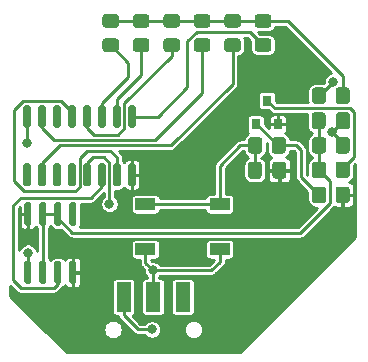
<source format=gbr>
%TF.GenerationSoftware,KiCad,Pcbnew,(5.1.9-0-10_14)*%
%TF.CreationDate,2021-04-10T21:21:16-04:00*%
%TF.ProjectId,Hexo,4865786f-2e6b-4696-9361-645f70636258,1*%
%TF.SameCoordinates,Original*%
%TF.FileFunction,Copper,L1,Top*%
%TF.FilePolarity,Positive*%
%FSLAX46Y46*%
G04 Gerber Fmt 4.6, Leading zero omitted, Abs format (unit mm)*
G04 Created by KiCad (PCBNEW (5.1.9-0-10_14)) date 2021-04-10 21:21:16*
%MOMM*%
%LPD*%
G01*
G04 APERTURE LIST*
%TA.AperFunction,SMDPad,CuDef*%
%ADD10R,1.250000X2.500000*%
%TD*%
%TA.AperFunction,SMDPad,CuDef*%
%ADD11R,1.700000X1.000000*%
%TD*%
%TA.AperFunction,SMDPad,CuDef*%
%ADD12R,0.800000X0.900000*%
%TD*%
%TA.AperFunction,ViaPad*%
%ADD13C,0.800000*%
%TD*%
%TA.AperFunction,Conductor*%
%ADD14C,0.250000*%
%TD*%
%TA.AperFunction,Conductor*%
%ADD15C,0.100000*%
%TD*%
G04 APERTURE END LIST*
%TO.P,R3,2*%
%TO.N,Net-(Q1-Pad1)*%
%TA.AperFunction,SMDPad,CuDef*%
G36*
G01*
X163022498Y-96858999D02*
X163022498Y-97759001D01*
G75*
G02*
X162772499Y-98009000I-249999J0D01*
G01*
X162072497Y-98009000D01*
G75*
G02*
X161822498Y-97759001I0J249999D01*
G01*
X161822498Y-96858999D01*
G75*
G02*
X162072497Y-96609000I249999J0D01*
G01*
X162772499Y-96609000D01*
G75*
G02*
X163022498Y-96858999I0J-249999D01*
G01*
G37*
%TD.AperFunction*%
%TO.P,R3,1*%
%TO.N,VCC*%
%TA.AperFunction,SMDPad,CuDef*%
G36*
G01*
X165022498Y-96858999D02*
X165022498Y-97759001D01*
G75*
G02*
X164772499Y-98009000I-249999J0D01*
G01*
X164072497Y-98009000D01*
G75*
G02*
X163822498Y-97759001I0J249999D01*
G01*
X163822498Y-96858999D01*
G75*
G02*
X164072497Y-96609000I249999J0D01*
G01*
X164772499Y-96609000D01*
G75*
G02*
X165022498Y-96858999I0J-249999D01*
G01*
G37*
%TD.AperFunction*%
%TD*%
%TO.P,C1,1*%
%TO.N,VCC*%
%TA.AperFunction,SMDPad,CuDef*%
G36*
G01*
X159645880Y-94754000D02*
X159645880Y-95704000D01*
G75*
G02*
X159395880Y-95954000I-250000J0D01*
G01*
X158720880Y-95954000D01*
G75*
G02*
X158470880Y-95704000I0J250000D01*
G01*
X158470880Y-94754000D01*
G75*
G02*
X158720880Y-94504000I250000J0D01*
G01*
X159395880Y-94504000D01*
G75*
G02*
X159645880Y-94754000I0J-250000D01*
G01*
G37*
%TD.AperFunction*%
%TO.P,C1,2*%
%TO.N,Net-(C1-Pad2)*%
%TA.AperFunction,SMDPad,CuDef*%
G36*
G01*
X157570880Y-94754000D02*
X157570880Y-95704000D01*
G75*
G02*
X157320880Y-95954000I-250000J0D01*
G01*
X156645880Y-95954000D01*
G75*
G02*
X156395880Y-95704000I0J250000D01*
G01*
X156395880Y-94754000D01*
G75*
G02*
X156645880Y-94504000I250000J0D01*
G01*
X157320880Y-94504000D01*
G75*
G02*
X157570880Y-94754000I0J-250000D01*
G01*
G37*
%TD.AperFunction*%
%TD*%
D10*
%TO.P,SW2,1*%
%TO.N,Net-(BT1-Pad2)*%
X145880880Y-105959000D03*
%TO.P,SW2,2*%
%TO.N,GND*%
X148380880Y-105959000D03*
%TO.P,SW2,3*%
%TO.N,N/C*%
X150880880Y-105959000D03*
%TD*%
D11*
%TO.P,SW1,2*%
%TO.N,GND*%
X154030880Y-101909000D03*
X147730880Y-101909000D03*
%TO.P,SW1,1*%
%TO.N,Net-(C1-Pad2)*%
X154030880Y-98109000D03*
X147730880Y-98109000D03*
%TD*%
%TO.P,U2,16*%
%TO.N,VCC*%
%TA.AperFunction,SMDPad,CuDef*%
G36*
G01*
X146435880Y-94639000D02*
X146735880Y-94639000D01*
G75*
G02*
X146885880Y-94789000I0J-150000D01*
G01*
X146885880Y-96439000D01*
G75*
G02*
X146735880Y-96589000I-150000J0D01*
G01*
X146435880Y-96589000D01*
G75*
G02*
X146285880Y-96439000I0J150000D01*
G01*
X146285880Y-94789000D01*
G75*
G02*
X146435880Y-94639000I150000J0D01*
G01*
G37*
%TD.AperFunction*%
%TO.P,U2,15*%
%TO.N,Net-(U2-Pad15)*%
%TA.AperFunction,SMDPad,CuDef*%
G36*
G01*
X145165880Y-94639000D02*
X145465880Y-94639000D01*
G75*
G02*
X145615880Y-94789000I0J-150000D01*
G01*
X145615880Y-96439000D01*
G75*
G02*
X145465880Y-96589000I-150000J0D01*
G01*
X145165880Y-96589000D01*
G75*
G02*
X145015880Y-96439000I0J150000D01*
G01*
X145015880Y-94789000D01*
G75*
G02*
X145165880Y-94639000I150000J0D01*
G01*
G37*
%TD.AperFunction*%
%TO.P,U2,14*%
%TO.N,Net-(U1-Pad3)*%
%TA.AperFunction,SMDPad,CuDef*%
G36*
G01*
X143895880Y-94639000D02*
X144195880Y-94639000D01*
G75*
G02*
X144345880Y-94789000I0J-150000D01*
G01*
X144345880Y-96439000D01*
G75*
G02*
X144195880Y-96589000I-150000J0D01*
G01*
X143895880Y-96589000D01*
G75*
G02*
X143745880Y-96439000I0J150000D01*
G01*
X143745880Y-94789000D01*
G75*
G02*
X143895880Y-94639000I150000J0D01*
G01*
G37*
%TD.AperFunction*%
%TO.P,U2,13*%
%TO.N,GND*%
%TA.AperFunction,SMDPad,CuDef*%
G36*
G01*
X142625880Y-94639000D02*
X142925880Y-94639000D01*
G75*
G02*
X143075880Y-94789000I0J-150000D01*
G01*
X143075880Y-96439000D01*
G75*
G02*
X142925880Y-96589000I-150000J0D01*
G01*
X142625880Y-96589000D01*
G75*
G02*
X142475880Y-96439000I0J150000D01*
G01*
X142475880Y-94789000D01*
G75*
G02*
X142625880Y-94639000I150000J0D01*
G01*
G37*
%TD.AperFunction*%
%TO.P,U2,12*%
%TO.N,Net-(U2-Pad12)*%
%TA.AperFunction,SMDPad,CuDef*%
G36*
G01*
X141355880Y-94639000D02*
X141655880Y-94639000D01*
G75*
G02*
X141805880Y-94789000I0J-150000D01*
G01*
X141805880Y-96439000D01*
G75*
G02*
X141655880Y-96589000I-150000J0D01*
G01*
X141355880Y-96589000D01*
G75*
G02*
X141205880Y-96439000I0J150000D01*
G01*
X141205880Y-94789000D01*
G75*
G02*
X141355880Y-94639000I150000J0D01*
G01*
G37*
%TD.AperFunction*%
%TO.P,U2,11*%
%TO.N,Net-(U2-Pad11)*%
%TA.AperFunction,SMDPad,CuDef*%
G36*
G01*
X140085880Y-94639000D02*
X140385880Y-94639000D01*
G75*
G02*
X140535880Y-94789000I0J-150000D01*
G01*
X140535880Y-96439000D01*
G75*
G02*
X140385880Y-96589000I-150000J0D01*
G01*
X140085880Y-96589000D01*
G75*
G02*
X139935880Y-96439000I0J150000D01*
G01*
X139935880Y-94789000D01*
G75*
G02*
X140085880Y-94639000I150000J0D01*
G01*
G37*
%TD.AperFunction*%
%TO.P,U2,10*%
%TO.N,Net-(D5-Pad2)*%
%TA.AperFunction,SMDPad,CuDef*%
G36*
G01*
X138815880Y-94639000D02*
X139115880Y-94639000D01*
G75*
G02*
X139265880Y-94789000I0J-150000D01*
G01*
X139265880Y-96439000D01*
G75*
G02*
X139115880Y-96589000I-150000J0D01*
G01*
X138815880Y-96589000D01*
G75*
G02*
X138665880Y-96439000I0J150000D01*
G01*
X138665880Y-94789000D01*
G75*
G02*
X138815880Y-94639000I150000J0D01*
G01*
G37*
%TD.AperFunction*%
%TO.P,U2,9*%
%TO.N,Net-(U2-Pad9)*%
%TA.AperFunction,SMDPad,CuDef*%
G36*
G01*
X137545880Y-94639000D02*
X137845880Y-94639000D01*
G75*
G02*
X137995880Y-94789000I0J-150000D01*
G01*
X137995880Y-96439000D01*
G75*
G02*
X137845880Y-96589000I-150000J0D01*
G01*
X137545880Y-96589000D01*
G75*
G02*
X137395880Y-96439000I0J150000D01*
G01*
X137395880Y-94789000D01*
G75*
G02*
X137545880Y-94639000I150000J0D01*
G01*
G37*
%TD.AperFunction*%
%TO.P,U2,8*%
%TO.N,GND*%
%TA.AperFunction,SMDPad,CuDef*%
G36*
G01*
X137545880Y-89689000D02*
X137845880Y-89689000D01*
G75*
G02*
X137995880Y-89839000I0J-150000D01*
G01*
X137995880Y-91489000D01*
G75*
G02*
X137845880Y-91639000I-150000J0D01*
G01*
X137545880Y-91639000D01*
G75*
G02*
X137395880Y-91489000I0J150000D01*
G01*
X137395880Y-89839000D01*
G75*
G02*
X137545880Y-89689000I150000J0D01*
G01*
G37*
%TD.AperFunction*%
%TO.P,U2,7*%
%TO.N,Net-(D4-Pad2)*%
%TA.AperFunction,SMDPad,CuDef*%
G36*
G01*
X138815880Y-89689000D02*
X139115880Y-89689000D01*
G75*
G02*
X139265880Y-89839000I0J-150000D01*
G01*
X139265880Y-91489000D01*
G75*
G02*
X139115880Y-91639000I-150000J0D01*
G01*
X138815880Y-91639000D01*
G75*
G02*
X138665880Y-91489000I0J150000D01*
G01*
X138665880Y-89839000D01*
G75*
G02*
X138815880Y-89689000I150000J0D01*
G01*
G37*
%TD.AperFunction*%
%TO.P,U2,6*%
%TO.N,Net-(U2-Pad6)*%
%TA.AperFunction,SMDPad,CuDef*%
G36*
G01*
X140085880Y-89689000D02*
X140385880Y-89689000D01*
G75*
G02*
X140535880Y-89839000I0J-150000D01*
G01*
X140535880Y-91489000D01*
G75*
G02*
X140385880Y-91639000I-150000J0D01*
G01*
X140085880Y-91639000D01*
G75*
G02*
X139935880Y-91489000I0J150000D01*
G01*
X139935880Y-89839000D01*
G75*
G02*
X140085880Y-89689000I150000J0D01*
G01*
G37*
%TD.AperFunction*%
%TO.P,U2,5*%
%TO.N,Net-(U2-Pad15)*%
%TA.AperFunction,SMDPad,CuDef*%
G36*
G01*
X141355880Y-89689000D02*
X141655880Y-89689000D01*
G75*
G02*
X141805880Y-89839000I0J-150000D01*
G01*
X141805880Y-91489000D01*
G75*
G02*
X141655880Y-91639000I-150000J0D01*
G01*
X141355880Y-91639000D01*
G75*
G02*
X141205880Y-91489000I0J150000D01*
G01*
X141205880Y-89839000D01*
G75*
G02*
X141355880Y-89689000I150000J0D01*
G01*
G37*
%TD.AperFunction*%
%TO.P,U2,4*%
%TO.N,Net-(D3-Pad2)*%
%TA.AperFunction,SMDPad,CuDef*%
G36*
G01*
X142625880Y-89689000D02*
X142925880Y-89689000D01*
G75*
G02*
X143075880Y-89839000I0J-150000D01*
G01*
X143075880Y-91489000D01*
G75*
G02*
X142925880Y-91639000I-150000J0D01*
G01*
X142625880Y-91639000D01*
G75*
G02*
X142475880Y-91489000I0J150000D01*
G01*
X142475880Y-89839000D01*
G75*
G02*
X142625880Y-89689000I150000J0D01*
G01*
G37*
%TD.AperFunction*%
%TO.P,U2,3*%
%TO.N,Net-(D1-Pad2)*%
%TA.AperFunction,SMDPad,CuDef*%
G36*
G01*
X143895880Y-89689000D02*
X144195880Y-89689000D01*
G75*
G02*
X144345880Y-89839000I0J-150000D01*
G01*
X144345880Y-91489000D01*
G75*
G02*
X144195880Y-91639000I-150000J0D01*
G01*
X143895880Y-91639000D01*
G75*
G02*
X143745880Y-91489000I0J150000D01*
G01*
X143745880Y-89839000D01*
G75*
G02*
X143895880Y-89689000I150000J0D01*
G01*
G37*
%TD.AperFunction*%
%TO.P,U2,2*%
%TO.N,Net-(D2-Pad2)*%
%TA.AperFunction,SMDPad,CuDef*%
G36*
G01*
X145165880Y-89689000D02*
X145465880Y-89689000D01*
G75*
G02*
X145615880Y-89839000I0J-150000D01*
G01*
X145615880Y-91489000D01*
G75*
G02*
X145465880Y-91639000I-150000J0D01*
G01*
X145165880Y-91639000D01*
G75*
G02*
X145015880Y-91489000I0J150000D01*
G01*
X145015880Y-89839000D01*
G75*
G02*
X145165880Y-89689000I150000J0D01*
G01*
G37*
%TD.AperFunction*%
%TO.P,U2,1*%
%TO.N,Net-(D6-Pad2)*%
%TA.AperFunction,SMDPad,CuDef*%
G36*
G01*
X146435880Y-89689000D02*
X146735880Y-89689000D01*
G75*
G02*
X146885880Y-89839000I0J-150000D01*
G01*
X146885880Y-91489000D01*
G75*
G02*
X146735880Y-91639000I-150000J0D01*
G01*
X146435880Y-91639000D01*
G75*
G02*
X146285880Y-91489000I0J150000D01*
G01*
X146285880Y-89839000D01*
G75*
G02*
X146435880Y-89689000I150000J0D01*
G01*
G37*
%TD.AperFunction*%
%TD*%
%TO.P,U1,8*%
%TO.N,VCC*%
%TA.AperFunction,SMDPad,CuDef*%
G36*
G01*
X137915880Y-99909000D02*
X137615880Y-99909000D01*
G75*
G02*
X137465880Y-99759000I0J150000D01*
G01*
X137465880Y-98109000D01*
G75*
G02*
X137615880Y-97959000I150000J0D01*
G01*
X137915880Y-97959000D01*
G75*
G02*
X138065880Y-98109000I0J-150000D01*
G01*
X138065880Y-99759000D01*
G75*
G02*
X137915880Y-99909000I-150000J0D01*
G01*
G37*
%TD.AperFunction*%
%TO.P,U1,7*%
%TO.N,Net-(C2-Pad1)*%
%TA.AperFunction,SMDPad,CuDef*%
G36*
G01*
X139185880Y-99909000D02*
X138885880Y-99909000D01*
G75*
G02*
X138735880Y-99759000I0J150000D01*
G01*
X138735880Y-98109000D01*
G75*
G02*
X138885880Y-97959000I150000J0D01*
G01*
X139185880Y-97959000D01*
G75*
G02*
X139335880Y-98109000I0J-150000D01*
G01*
X139335880Y-99759000D01*
G75*
G02*
X139185880Y-99909000I-150000J0D01*
G01*
G37*
%TD.AperFunction*%
%TO.P,U1,6*%
%TA.AperFunction,SMDPad,CuDef*%
G36*
G01*
X140455880Y-99909000D02*
X140155880Y-99909000D01*
G75*
G02*
X140005880Y-99759000I0J150000D01*
G01*
X140005880Y-98109000D01*
G75*
G02*
X140155880Y-97959000I150000J0D01*
G01*
X140455880Y-97959000D01*
G75*
G02*
X140605880Y-98109000I0J-150000D01*
G01*
X140605880Y-99759000D01*
G75*
G02*
X140455880Y-99909000I-150000J0D01*
G01*
G37*
%TD.AperFunction*%
%TO.P,U1,5*%
%TO.N,Net-(U1-Pad5)*%
%TA.AperFunction,SMDPad,CuDef*%
G36*
G01*
X141725880Y-99909000D02*
X141425880Y-99909000D01*
G75*
G02*
X141275880Y-99759000I0J150000D01*
G01*
X141275880Y-98109000D01*
G75*
G02*
X141425880Y-97959000I150000J0D01*
G01*
X141725880Y-97959000D01*
G75*
G02*
X141875880Y-98109000I0J-150000D01*
G01*
X141875880Y-99759000D01*
G75*
G02*
X141725880Y-99909000I-150000J0D01*
G01*
G37*
%TD.AperFunction*%
%TO.P,U1,4*%
%TO.N,VCC*%
%TA.AperFunction,SMDPad,CuDef*%
G36*
G01*
X141725880Y-104859000D02*
X141425880Y-104859000D01*
G75*
G02*
X141275880Y-104709000I0J150000D01*
G01*
X141275880Y-103059000D01*
G75*
G02*
X141425880Y-102909000I150000J0D01*
G01*
X141725880Y-102909000D01*
G75*
G02*
X141875880Y-103059000I0J-150000D01*
G01*
X141875880Y-104709000D01*
G75*
G02*
X141725880Y-104859000I-150000J0D01*
G01*
G37*
%TD.AperFunction*%
%TO.P,U1,3*%
%TO.N,Net-(U1-Pad3)*%
%TA.AperFunction,SMDPad,CuDef*%
G36*
G01*
X140455880Y-104859000D02*
X140155880Y-104859000D01*
G75*
G02*
X140005880Y-104709000I0J150000D01*
G01*
X140005880Y-103059000D01*
G75*
G02*
X140155880Y-102909000I150000J0D01*
G01*
X140455880Y-102909000D01*
G75*
G02*
X140605880Y-103059000I0J-150000D01*
G01*
X140605880Y-104709000D01*
G75*
G02*
X140455880Y-104859000I-150000J0D01*
G01*
G37*
%TD.AperFunction*%
%TO.P,U1,2*%
%TO.N,Net-(C2-Pad1)*%
%TA.AperFunction,SMDPad,CuDef*%
G36*
G01*
X139185880Y-104859000D02*
X138885880Y-104859000D01*
G75*
G02*
X138735880Y-104709000I0J150000D01*
G01*
X138735880Y-103059000D01*
G75*
G02*
X138885880Y-102909000I150000J0D01*
G01*
X139185880Y-102909000D01*
G75*
G02*
X139335880Y-103059000I0J-150000D01*
G01*
X139335880Y-104709000D01*
G75*
G02*
X139185880Y-104859000I-150000J0D01*
G01*
G37*
%TD.AperFunction*%
%TO.P,U1,1*%
%TO.N,GND*%
%TA.AperFunction,SMDPad,CuDef*%
G36*
G01*
X137915880Y-104859000D02*
X137615880Y-104859000D01*
G75*
G02*
X137465880Y-104709000I0J150000D01*
G01*
X137465880Y-103059000D01*
G75*
G02*
X137615880Y-102909000I150000J0D01*
G01*
X137915880Y-102909000D01*
G75*
G02*
X138065880Y-103059000I0J-150000D01*
G01*
X138065880Y-104709000D01*
G75*
G02*
X137915880Y-104859000I-150000J0D01*
G01*
G37*
%TD.AperFunction*%
%TD*%
%TO.P,R5,2*%
%TO.N,GND*%
%TA.AperFunction,SMDPad,CuDef*%
G36*
G01*
X163022498Y-88468999D02*
X163022498Y-89369001D01*
G75*
G02*
X162772499Y-89619000I-249999J0D01*
G01*
X162072497Y-89619000D01*
G75*
G02*
X161822498Y-89369001I0J249999D01*
G01*
X161822498Y-88468999D01*
G75*
G02*
X162072497Y-88219000I249999J0D01*
G01*
X162772499Y-88219000D01*
G75*
G02*
X163022498Y-88468999I0J-249999D01*
G01*
G37*
%TD.AperFunction*%
%TO.P,R5,1*%
%TO.N,Net-(D1-Pad1)*%
%TA.AperFunction,SMDPad,CuDef*%
G36*
G01*
X165022498Y-88468999D02*
X165022498Y-89369001D01*
G75*
G02*
X164772499Y-89619000I-249999J0D01*
G01*
X164072497Y-89619000D01*
G75*
G02*
X163822498Y-89369001I0J249999D01*
G01*
X163822498Y-88468999D01*
G75*
G02*
X164072497Y-88219000I249999J0D01*
G01*
X164772499Y-88219000D01*
G75*
G02*
X165022498Y-88468999I0J-249999D01*
G01*
G37*
%TD.AperFunction*%
%TD*%
%TO.P,R4,2*%
%TO.N,Net-(C2-Pad1)*%
%TA.AperFunction,SMDPad,CuDef*%
G36*
G01*
X163022498Y-94741120D02*
X163022498Y-95641122D01*
G75*
G02*
X162772499Y-95891121I-249999J0D01*
G01*
X162072497Y-95891121D01*
G75*
G02*
X161822498Y-95641122I0J249999D01*
G01*
X161822498Y-94741120D01*
G75*
G02*
X162072497Y-94491121I249999J0D01*
G01*
X162772499Y-94491121D01*
G75*
G02*
X163022498Y-94741120I0J-249999D01*
G01*
G37*
%TD.AperFunction*%
%TO.P,R4,1*%
%TO.N,Net-(Q1-Pad3)*%
%TA.AperFunction,SMDPad,CuDef*%
G36*
G01*
X165022498Y-94741120D02*
X165022498Y-95641122D01*
G75*
G02*
X164772499Y-95891121I-249999J0D01*
G01*
X164072497Y-95891121D01*
G75*
G02*
X163822498Y-95641122I0J249999D01*
G01*
X163822498Y-94741120D01*
G75*
G02*
X164072497Y-94491121I249999J0D01*
G01*
X164772499Y-94491121D01*
G75*
G02*
X165022498Y-94741120I0J-249999D01*
G01*
G37*
%TD.AperFunction*%
%TD*%
%TO.P,R2,2*%
%TO.N,GND*%
%TA.AperFunction,SMDPad,CuDef*%
G36*
G01*
X163822498Y-93563338D02*
X163822498Y-92663336D01*
G75*
G02*
X164072497Y-92413337I249999J0D01*
G01*
X164772499Y-92413337D01*
G75*
G02*
X165022498Y-92663336I0J-249999D01*
G01*
X165022498Y-93563338D01*
G75*
G02*
X164772499Y-93813337I-249999J0D01*
G01*
X164072497Y-93813337D01*
G75*
G02*
X163822498Y-93563338I0J249999D01*
G01*
G37*
%TD.AperFunction*%
%TO.P,R2,1*%
%TO.N,Net-(C2-Pad1)*%
%TA.AperFunction,SMDPad,CuDef*%
G36*
G01*
X161822498Y-93563338D02*
X161822498Y-92663336D01*
G75*
G02*
X162072497Y-92413337I249999J0D01*
G01*
X162772499Y-92413337D01*
G75*
G02*
X163022498Y-92663336I0J-249999D01*
G01*
X163022498Y-93563338D01*
G75*
G02*
X162772499Y-93813337I-249999J0D01*
G01*
X162072497Y-93813337D01*
G75*
G02*
X161822498Y-93563338I0J249999D01*
G01*
G37*
%TD.AperFunction*%
%TD*%
%TO.P,R1,2*%
%TO.N,Net-(C1-Pad2)*%
%TA.AperFunction,SMDPad,CuDef*%
G36*
G01*
X157610144Y-92673471D02*
X157610144Y-93573473D01*
G75*
G02*
X157360145Y-93823472I-249999J0D01*
G01*
X156660143Y-93823472D01*
G75*
G02*
X156410144Y-93573473I0J249999D01*
G01*
X156410144Y-92673471D01*
G75*
G02*
X156660143Y-92423472I249999J0D01*
G01*
X157360145Y-92423472D01*
G75*
G02*
X157610144Y-92673471I0J-249999D01*
G01*
G37*
%TD.AperFunction*%
%TO.P,R1,1*%
%TO.N,Net-(Q1-Pad1)*%
%TA.AperFunction,SMDPad,CuDef*%
G36*
G01*
X159610144Y-92673471D02*
X159610144Y-93573473D01*
G75*
G02*
X159360145Y-93823472I-249999J0D01*
G01*
X158660143Y-93823472D01*
G75*
G02*
X158410144Y-93573473I0J249999D01*
G01*
X158410144Y-92673471D01*
G75*
G02*
X158660143Y-92423472I249999J0D01*
G01*
X159360145Y-92423472D01*
G75*
G02*
X159610144Y-92673471I0J-249999D01*
G01*
G37*
%TD.AperFunction*%
%TD*%
D12*
%TO.P,Q1,3*%
%TO.N,Net-(Q1-Pad3)*%
X158010144Y-89324580D03*
%TO.P,Q1,2*%
%TO.N,VCC*%
X158960144Y-91324580D03*
%TO.P,Q1,1*%
%TO.N,Net-(Q1-Pad1)*%
X157060144Y-91324580D03*
%TD*%
%TO.P,D6,2*%
%TO.N,Net-(D6-Pad2)*%
%TA.AperFunction,SMDPad,CuDef*%
G36*
G01*
X157230879Y-84062544D02*
X158130881Y-84062544D01*
G75*
G02*
X158380880Y-84312543I0J-249999D01*
G01*
X158380880Y-84962545D01*
G75*
G02*
X158130881Y-85212544I-249999J0D01*
G01*
X157230879Y-85212544D01*
G75*
G02*
X156980880Y-84962545I0J249999D01*
G01*
X156980880Y-84312543D01*
G75*
G02*
X157230879Y-84062544I249999J0D01*
G01*
G37*
%TD.AperFunction*%
%TO.P,D6,1*%
%TO.N,Net-(D1-Pad1)*%
%TA.AperFunction,SMDPad,CuDef*%
G36*
G01*
X157230879Y-82012544D02*
X158130881Y-82012544D01*
G75*
G02*
X158380880Y-82262543I0J-249999D01*
G01*
X158380880Y-82912545D01*
G75*
G02*
X158130881Y-83162544I-249999J0D01*
G01*
X157230879Y-83162544D01*
G75*
G02*
X156980880Y-82912545I0J249999D01*
G01*
X156980880Y-82262543D01*
G75*
G02*
X157230879Y-82012544I249999J0D01*
G01*
G37*
%TD.AperFunction*%
%TD*%
%TO.P,D5,2*%
%TO.N,Net-(D5-Pad2)*%
%TA.AperFunction,SMDPad,CuDef*%
G36*
G01*
X154650879Y-84062544D02*
X155550881Y-84062544D01*
G75*
G02*
X155800880Y-84312543I0J-249999D01*
G01*
X155800880Y-84962545D01*
G75*
G02*
X155550881Y-85212544I-249999J0D01*
G01*
X154650879Y-85212544D01*
G75*
G02*
X154400880Y-84962545I0J249999D01*
G01*
X154400880Y-84312543D01*
G75*
G02*
X154650879Y-84062544I249999J0D01*
G01*
G37*
%TD.AperFunction*%
%TO.P,D5,1*%
%TO.N,Net-(D1-Pad1)*%
%TA.AperFunction,SMDPad,CuDef*%
G36*
G01*
X154650879Y-82012544D02*
X155550881Y-82012544D01*
G75*
G02*
X155800880Y-82262543I0J-249999D01*
G01*
X155800880Y-82912545D01*
G75*
G02*
X155550881Y-83162544I-249999J0D01*
G01*
X154650879Y-83162544D01*
G75*
G02*
X154400880Y-82912545I0J249999D01*
G01*
X154400880Y-82262543D01*
G75*
G02*
X154650879Y-82012544I249999J0D01*
G01*
G37*
%TD.AperFunction*%
%TD*%
%TO.P,D4,2*%
%TO.N,Net-(D4-Pad2)*%
%TA.AperFunction,SMDPad,CuDef*%
G36*
G01*
X152070879Y-84062544D02*
X152970881Y-84062544D01*
G75*
G02*
X153220880Y-84312543I0J-249999D01*
G01*
X153220880Y-84962545D01*
G75*
G02*
X152970881Y-85212544I-249999J0D01*
G01*
X152070879Y-85212544D01*
G75*
G02*
X151820880Y-84962545I0J249999D01*
G01*
X151820880Y-84312543D01*
G75*
G02*
X152070879Y-84062544I249999J0D01*
G01*
G37*
%TD.AperFunction*%
%TO.P,D4,1*%
%TO.N,Net-(D1-Pad1)*%
%TA.AperFunction,SMDPad,CuDef*%
G36*
G01*
X152070879Y-82012544D02*
X152970881Y-82012544D01*
G75*
G02*
X153220880Y-82262543I0J-249999D01*
G01*
X153220880Y-82912545D01*
G75*
G02*
X152970881Y-83162544I-249999J0D01*
G01*
X152070879Y-83162544D01*
G75*
G02*
X151820880Y-82912545I0J249999D01*
G01*
X151820880Y-82262543D01*
G75*
G02*
X152070879Y-82012544I249999J0D01*
G01*
G37*
%TD.AperFunction*%
%TD*%
%TO.P,D3,2*%
%TO.N,Net-(D3-Pad2)*%
%TA.AperFunction,SMDPad,CuDef*%
G36*
G01*
X149490879Y-84062544D02*
X150390881Y-84062544D01*
G75*
G02*
X150640880Y-84312543I0J-249999D01*
G01*
X150640880Y-84962545D01*
G75*
G02*
X150390881Y-85212544I-249999J0D01*
G01*
X149490879Y-85212544D01*
G75*
G02*
X149240880Y-84962545I0J249999D01*
G01*
X149240880Y-84312543D01*
G75*
G02*
X149490879Y-84062544I249999J0D01*
G01*
G37*
%TD.AperFunction*%
%TO.P,D3,1*%
%TO.N,Net-(D1-Pad1)*%
%TA.AperFunction,SMDPad,CuDef*%
G36*
G01*
X149490879Y-82012544D02*
X150390881Y-82012544D01*
G75*
G02*
X150640880Y-82262543I0J-249999D01*
G01*
X150640880Y-82912545D01*
G75*
G02*
X150390881Y-83162544I-249999J0D01*
G01*
X149490879Y-83162544D01*
G75*
G02*
X149240880Y-82912545I0J249999D01*
G01*
X149240880Y-82262543D01*
G75*
G02*
X149490879Y-82012544I249999J0D01*
G01*
G37*
%TD.AperFunction*%
%TD*%
%TO.P,D2,2*%
%TO.N,Net-(D2-Pad2)*%
%TA.AperFunction,SMDPad,CuDef*%
G36*
G01*
X146910879Y-84062544D02*
X147810881Y-84062544D01*
G75*
G02*
X148060880Y-84312543I0J-249999D01*
G01*
X148060880Y-84962545D01*
G75*
G02*
X147810881Y-85212544I-249999J0D01*
G01*
X146910879Y-85212544D01*
G75*
G02*
X146660880Y-84962545I0J249999D01*
G01*
X146660880Y-84312543D01*
G75*
G02*
X146910879Y-84062544I249999J0D01*
G01*
G37*
%TD.AperFunction*%
%TO.P,D2,1*%
%TO.N,Net-(D1-Pad1)*%
%TA.AperFunction,SMDPad,CuDef*%
G36*
G01*
X146910879Y-82012544D02*
X147810881Y-82012544D01*
G75*
G02*
X148060880Y-82262543I0J-249999D01*
G01*
X148060880Y-82912545D01*
G75*
G02*
X147810881Y-83162544I-249999J0D01*
G01*
X146910879Y-83162544D01*
G75*
G02*
X146660880Y-82912545I0J249999D01*
G01*
X146660880Y-82262543D01*
G75*
G02*
X146910879Y-82012544I249999J0D01*
G01*
G37*
%TD.AperFunction*%
%TD*%
%TO.P,D1,2*%
%TO.N,Net-(D1-Pad2)*%
%TA.AperFunction,SMDPad,CuDef*%
G36*
G01*
X144330879Y-84062544D02*
X145230881Y-84062544D01*
G75*
G02*
X145480880Y-84312543I0J-249999D01*
G01*
X145480880Y-84962545D01*
G75*
G02*
X145230881Y-85212544I-249999J0D01*
G01*
X144330879Y-85212544D01*
G75*
G02*
X144080880Y-84962545I0J249999D01*
G01*
X144080880Y-84312543D01*
G75*
G02*
X144330879Y-84062544I249999J0D01*
G01*
G37*
%TD.AperFunction*%
%TO.P,D1,1*%
%TO.N,Net-(D1-Pad1)*%
%TA.AperFunction,SMDPad,CuDef*%
G36*
G01*
X144330879Y-82012544D02*
X145230881Y-82012544D01*
G75*
G02*
X145480880Y-82262543I0J-249999D01*
G01*
X145480880Y-82912545D01*
G75*
G02*
X145230881Y-83162544I-249999J0D01*
G01*
X144330879Y-83162544D01*
G75*
G02*
X144080880Y-82912545I0J249999D01*
G01*
X144080880Y-82262543D01*
G75*
G02*
X144330879Y-82012544I249999J0D01*
G01*
G37*
%TD.AperFunction*%
%TD*%
%TO.P,C2,2*%
%TO.N,GND*%
%TA.AperFunction,SMDPad,CuDef*%
G36*
G01*
X163872498Y-91509445D02*
X163872498Y-90559445D01*
G75*
G02*
X164122498Y-90309445I250000J0D01*
G01*
X164797498Y-90309445D01*
G75*
G02*
X165047498Y-90559445I0J-250000D01*
G01*
X165047498Y-91509445D01*
G75*
G02*
X164797498Y-91759445I-250000J0D01*
G01*
X164122498Y-91759445D01*
G75*
G02*
X163872498Y-91509445I0J250000D01*
G01*
G37*
%TD.AperFunction*%
%TO.P,C2,1*%
%TO.N,Net-(C2-Pad1)*%
%TA.AperFunction,SMDPad,CuDef*%
G36*
G01*
X161797498Y-91509445D02*
X161797498Y-90559445D01*
G75*
G02*
X162047498Y-90309445I250000J0D01*
G01*
X162722498Y-90309445D01*
G75*
G02*
X162972498Y-90559445I0J-250000D01*
G01*
X162972498Y-91509445D01*
G75*
G02*
X162722498Y-91759445I-250000J0D01*
G01*
X162047498Y-91759445D01*
G75*
G02*
X161797498Y-91509445I0J250000D01*
G01*
G37*
%TD.AperFunction*%
%TD*%
D13*
%TO.N,VCC*%
X144680880Y-101759000D03*
X155930880Y-88909000D03*
X160530880Y-91509000D03*
X137780880Y-100709000D03*
X160530880Y-91509000D03*
X155980880Y-98109000D03*
X163980880Y-100209000D03*
%TO.N,Net-(BT1-Pad2)*%
X148280880Y-108709000D03*
%TO.N,GND*%
X148380880Y-103709000D03*
X144680880Y-98109000D03*
X137680880Y-92959000D03*
X137765880Y-102209000D03*
X163580880Y-87759000D03*
X163480880Y-92009000D03*
%TD*%
D14*
%TO.N,VCC*%
X137765880Y-98934000D02*
X137765880Y-100149010D01*
X137765880Y-100149010D02*
X137255890Y-100659000D01*
%TO.N,Net-(BT1-Pad2)*%
X145880880Y-106009000D02*
X145680880Y-106009000D01*
X147080880Y-108709000D02*
X148280880Y-108709000D01*
X145880880Y-106009000D02*
X145880880Y-107509000D01*
X145880880Y-107509000D02*
X147080880Y-108709000D01*
%TO.N,Net-(C1-Pad2)*%
X154030880Y-94859000D02*
X154030880Y-98109000D01*
X155766408Y-93123472D02*
X154030880Y-94859000D01*
X157010144Y-93123472D02*
X155766408Y-93123472D01*
X154030880Y-98109000D02*
X147730880Y-98109000D01*
X156983380Y-93150236D02*
X157010144Y-93123472D01*
X156983380Y-95229000D02*
X156983380Y-93150236D01*
%TO.N,GND*%
X164422498Y-92950618D02*
X163480880Y-92009000D01*
X164455435Y-91034445D02*
X163480880Y-92009000D01*
X162422498Y-88917382D02*
X163580880Y-87759000D01*
X162422498Y-88919000D02*
X162470880Y-88919000D01*
X162470880Y-88919000D02*
X162460880Y-88909000D01*
X162422498Y-88919000D02*
X162422498Y-88917382D01*
X164459998Y-91034445D02*
X164455435Y-91034445D01*
X148380880Y-106009000D02*
X148380880Y-103709000D01*
X147730880Y-103059000D02*
X148380880Y-103709000D01*
X147730880Y-101909000D02*
X147730880Y-103059000D01*
X153280880Y-103709000D02*
X148380880Y-103709000D01*
X154030880Y-102959000D02*
X153280880Y-103709000D01*
X154030880Y-101909000D02*
X154030880Y-102959000D01*
X164422498Y-93113337D02*
X164422498Y-92950618D01*
X142775880Y-95614000D02*
X142825880Y-95614000D01*
X144680880Y-94602232D02*
X144680880Y-98109000D01*
X142775880Y-94639000D02*
X143305880Y-94109000D01*
X144187648Y-94109000D02*
X144680880Y-94602232D01*
X143305880Y-94109000D02*
X144187648Y-94109000D01*
X142775880Y-95614000D02*
X142775880Y-94639000D01*
X137695880Y-92944000D02*
X137680880Y-92959000D01*
X137695880Y-90664000D02*
X137695880Y-92944000D01*
X137765880Y-103884000D02*
X137765880Y-101874000D01*
%TO.N,Net-(C2-Pad1)*%
X162384998Y-91034445D02*
X162384998Y-95153621D01*
X163347508Y-96116131D02*
X163347508Y-97997180D01*
X162422498Y-95191121D02*
X163347508Y-96116131D01*
X163347508Y-97997180D02*
X160835688Y-100509000D01*
X160835688Y-100509000D02*
X141504112Y-100509000D01*
X141504112Y-100509000D02*
X140305880Y-99310768D01*
X162384998Y-95153621D02*
X162422498Y-95191121D01*
X140305880Y-99310768D02*
X140305880Y-98934000D01*
X140305880Y-98934000D02*
X139035880Y-98934000D01*
X139035880Y-98934000D02*
X139035880Y-103884000D01*
%TO.N,Net-(D1-Pad2)*%
X144080880Y-89509000D02*
X144080880Y-90629000D01*
X146280880Y-87309000D02*
X144080880Y-89509000D01*
X144780880Y-84637544D02*
X146280880Y-86137544D01*
X144080880Y-90629000D02*
X144045880Y-90664000D01*
X146280880Y-86137544D02*
X146280880Y-87309000D01*
%TO.N,Net-(D1-Pad1)*%
X164422498Y-87250618D02*
X164422498Y-88919000D01*
X159759424Y-82587544D02*
X164422498Y-87250618D01*
X144780880Y-82587544D02*
X159759424Y-82587544D01*
%TO.N,Net-(Q1-Pad3)*%
X164422498Y-95067382D02*
X165372508Y-94117372D01*
X164422498Y-95191121D02*
X164422498Y-95067382D01*
X165372508Y-94117372D02*
X165372508Y-90321265D01*
X165372508Y-90321265D02*
X165035678Y-89984435D01*
X165035678Y-89984435D02*
X158669999Y-89984435D01*
X158669999Y-89984435D02*
X158010144Y-89324580D01*
%TO.N,Net-(Q1-Pad1)*%
X162422498Y-97309000D02*
X160880880Y-95767382D01*
X160880880Y-95767382D02*
X160880880Y-93509000D01*
X160880880Y-93509000D02*
X160495352Y-93123472D01*
X160495352Y-93123472D02*
X159010144Y-93123472D01*
X157128302Y-91324580D02*
X157060144Y-91324580D01*
X158927194Y-93123472D02*
X157128302Y-91324580D01*
X159010144Y-93123472D02*
X158927194Y-93123472D01*
%TO.N,Net-(U1-Pad3)*%
X144045880Y-96589000D02*
X144045880Y-95614000D01*
X143075880Y-97559000D02*
X144045880Y-96589000D01*
X137155890Y-105184010D02*
X136530880Y-104559000D01*
X139980870Y-105184010D02*
X137155890Y-105184010D01*
X140305880Y-104859000D02*
X139980870Y-105184010D01*
X136530880Y-104559000D02*
X136530880Y-98185842D01*
X137157722Y-97559000D02*
X143075880Y-97559000D01*
X140305880Y-103884000D02*
X140305880Y-104859000D01*
X136530880Y-98185842D02*
X137157722Y-97559000D01*
%TO.N,Net-(U2-Pad15)*%
X141505880Y-90287232D02*
X141505880Y-90664000D01*
X140582638Y-89363990D02*
X141505880Y-90287232D01*
X136580880Y-90132232D02*
X137349122Y-89363990D01*
X136580880Y-96145768D02*
X136580880Y-90132232D01*
X137444112Y-97009000D02*
X136580880Y-96145768D01*
X145315880Y-94144000D02*
X144730880Y-93559000D01*
X142780880Y-93559000D02*
X142150870Y-94189010D01*
X145315880Y-95614000D02*
X145315880Y-94144000D01*
X144730880Y-93559000D02*
X142780880Y-93559000D01*
X141757648Y-97009000D02*
X137444112Y-97009000D01*
X142150870Y-96615778D02*
X141757648Y-97009000D01*
X137349122Y-89363990D02*
X140582638Y-89363990D01*
X142150870Y-94189010D02*
X142150870Y-96615778D01*
%TO.N,Net-(D2-Pad2)*%
X145315880Y-89174000D02*
X145315880Y-90664000D01*
X147360880Y-87129000D02*
X145315880Y-89174000D01*
X147360880Y-84637544D02*
X147360880Y-87129000D01*
%TO.N,Net-(D3-Pad2)*%
X145940890Y-89548990D02*
X145940890Y-91685758D01*
X145940890Y-91685758D02*
X145417681Y-92208967D01*
X149940880Y-85549000D02*
X145940890Y-89548990D01*
X143345847Y-92208967D02*
X142775880Y-91639000D01*
X149940880Y-84637544D02*
X149940880Y-85549000D01*
X145417681Y-92208967D02*
X143345847Y-92208967D01*
X142775880Y-91639000D02*
X142775880Y-90664000D01*
%TO.N,Net-(D4-Pad2)*%
X139985858Y-92658978D02*
X138965880Y-91639000D01*
X148530902Y-92658978D02*
X139985858Y-92658978D01*
X138965880Y-91639000D02*
X138965880Y-90664000D01*
X152520880Y-88669000D02*
X148530902Y-92658978D01*
X152520880Y-84637544D02*
X152520880Y-88669000D01*
%TO.N,Net-(D5-Pad2)*%
X138965880Y-94639000D02*
X138965880Y-95614000D01*
X155100880Y-84637544D02*
X155100880Y-87889000D01*
X155100880Y-87889000D02*
X149880891Y-93108989D01*
X140495891Y-93108989D02*
X138965880Y-94639000D01*
X149880891Y-93108989D02*
X140495891Y-93108989D01*
%TO.N,Net-(D6-Pad2)*%
X148780880Y-90709000D02*
X146630880Y-90709000D01*
X151280880Y-84289354D02*
X151280880Y-88209000D01*
X152061234Y-83509000D02*
X151280880Y-84289354D01*
X156552336Y-83509000D02*
X152061234Y-83509000D01*
X151280880Y-88209000D02*
X148780880Y-90709000D01*
X146630880Y-90709000D02*
X146585880Y-90664000D01*
X157680880Y-84637544D02*
X156552336Y-83509000D01*
%TD*%
%TO.N,VCC*%
X165480881Y-100843314D02*
X155715195Y-110609000D01*
X141046566Y-110609000D01*
X139065311Y-108627745D01*
X144155880Y-108627745D01*
X144155880Y-108790255D01*
X144187584Y-108949644D01*
X144249774Y-109099784D01*
X144340061Y-109234907D01*
X144454973Y-109349819D01*
X144590096Y-109440106D01*
X144740236Y-109502296D01*
X144899625Y-109534000D01*
X145062135Y-109534000D01*
X145221524Y-109502296D01*
X145371664Y-109440106D01*
X145506787Y-109349819D01*
X145621699Y-109234907D01*
X145711986Y-109099784D01*
X145774176Y-108949644D01*
X145805880Y-108790255D01*
X145805880Y-108627745D01*
X145774176Y-108468356D01*
X145711986Y-108318216D01*
X145621699Y-108183093D01*
X145506787Y-108068181D01*
X145371664Y-107977894D01*
X145221524Y-107915704D01*
X145062135Y-107884000D01*
X144899625Y-107884000D01*
X144740236Y-107915704D01*
X144590096Y-107977894D01*
X144454973Y-108068181D01*
X144340061Y-108183093D01*
X144249774Y-108318216D01*
X144187584Y-108468356D01*
X144155880Y-108627745D01*
X139065311Y-108627745D01*
X136280880Y-105843315D01*
X136280880Y-105016105D01*
X136784970Y-105520196D01*
X136800626Y-105539274D01*
X136876761Y-105601756D01*
X136963623Y-105648185D01*
X137051372Y-105674803D01*
X137057873Y-105676775D01*
X137155890Y-105686429D01*
X137180450Y-105684010D01*
X139956310Y-105684010D01*
X139980870Y-105686429D01*
X140005430Y-105684010D01*
X140078887Y-105676775D01*
X140173137Y-105648185D01*
X140259999Y-105601756D01*
X140336134Y-105539274D01*
X140351799Y-105520186D01*
X140642061Y-105229925D01*
X140661144Y-105214264D01*
X140691126Y-105177730D01*
X140748562Y-105147030D01*
X140828394Y-105081514D01*
X140893910Y-105001682D01*
X140915204Y-104961844D01*
X140927749Y-105003200D01*
X140962571Y-105068347D01*
X141009432Y-105125448D01*
X141066533Y-105172309D01*
X141131680Y-105207131D01*
X141202367Y-105228574D01*
X141275880Y-105235814D01*
X141457130Y-105234000D01*
X141550880Y-105140250D01*
X141550880Y-103909000D01*
X141600880Y-103909000D01*
X141600880Y-105140250D01*
X141694630Y-105234000D01*
X141875880Y-105235814D01*
X141949393Y-105228574D01*
X142020080Y-105207131D01*
X142085227Y-105172309D01*
X142142328Y-105125448D01*
X142189189Y-105068347D01*
X142224011Y-105003200D01*
X142245454Y-104932513D01*
X142252694Y-104859000D01*
X142252377Y-104709000D01*
X144879066Y-104709000D01*
X144879066Y-107209000D01*
X144886306Y-107282513D01*
X144907749Y-107353200D01*
X144942571Y-107418347D01*
X144989432Y-107475448D01*
X145046533Y-107522309D01*
X145111680Y-107557131D01*
X145182367Y-107578574D01*
X145255880Y-107585814D01*
X145386027Y-107585814D01*
X145388115Y-107607017D01*
X145416706Y-107701267D01*
X145463135Y-107788129D01*
X145525617Y-107864264D01*
X145544699Y-107879924D01*
X146709960Y-109045187D01*
X146725616Y-109064264D01*
X146801751Y-109126746D01*
X146888613Y-109173175D01*
X146982863Y-109201765D01*
X147056320Y-109209000D01*
X147056329Y-109209000D01*
X147080879Y-109211418D01*
X147105429Y-109209000D01*
X147684864Y-109209000D01*
X147786846Y-109310982D01*
X147913780Y-109395796D01*
X148054821Y-109454217D01*
X148204549Y-109484000D01*
X148357211Y-109484000D01*
X148506939Y-109454217D01*
X148647980Y-109395796D01*
X148774914Y-109310982D01*
X148882862Y-109203034D01*
X148967676Y-109076100D01*
X149026097Y-108935059D01*
X149055880Y-108785331D01*
X149055880Y-108632669D01*
X149054901Y-108627745D01*
X150955880Y-108627745D01*
X150955880Y-108790255D01*
X150987584Y-108949644D01*
X151049774Y-109099784D01*
X151140061Y-109234907D01*
X151254973Y-109349819D01*
X151390096Y-109440106D01*
X151540236Y-109502296D01*
X151699625Y-109534000D01*
X151862135Y-109534000D01*
X152021524Y-109502296D01*
X152171664Y-109440106D01*
X152306787Y-109349819D01*
X152421699Y-109234907D01*
X152511986Y-109099784D01*
X152574176Y-108949644D01*
X152605880Y-108790255D01*
X152605880Y-108627745D01*
X152574176Y-108468356D01*
X152511986Y-108318216D01*
X152421699Y-108183093D01*
X152306787Y-108068181D01*
X152171664Y-107977894D01*
X152021524Y-107915704D01*
X151862135Y-107884000D01*
X151699625Y-107884000D01*
X151540236Y-107915704D01*
X151390096Y-107977894D01*
X151254973Y-108068181D01*
X151140061Y-108183093D01*
X151049774Y-108318216D01*
X150987584Y-108468356D01*
X150955880Y-108627745D01*
X149054901Y-108627745D01*
X149026097Y-108482941D01*
X148967676Y-108341900D01*
X148882862Y-108214966D01*
X148774914Y-108107018D01*
X148647980Y-108022204D01*
X148506939Y-107963783D01*
X148357211Y-107934000D01*
X148204549Y-107934000D01*
X148054821Y-107963783D01*
X147913780Y-108022204D01*
X147786846Y-108107018D01*
X147684864Y-108209000D01*
X147287987Y-108209000D01*
X146639367Y-107560381D01*
X146650080Y-107557131D01*
X146715227Y-107522309D01*
X146772328Y-107475448D01*
X146819189Y-107418347D01*
X146854011Y-107353200D01*
X146875454Y-107282513D01*
X146882694Y-107209000D01*
X146882694Y-104709000D01*
X146875454Y-104635487D01*
X146854011Y-104564800D01*
X146819189Y-104499653D01*
X146772328Y-104442552D01*
X146715227Y-104395691D01*
X146650080Y-104360869D01*
X146579393Y-104339426D01*
X146505880Y-104332186D01*
X145255880Y-104332186D01*
X145182367Y-104339426D01*
X145111680Y-104360869D01*
X145046533Y-104395691D01*
X144989432Y-104442552D01*
X144942571Y-104499653D01*
X144907749Y-104564800D01*
X144886306Y-104635487D01*
X144879066Y-104709000D01*
X142252377Y-104709000D01*
X142250880Y-104002750D01*
X142157130Y-103909000D01*
X141600880Y-103909000D01*
X141550880Y-103909000D01*
X141530880Y-103909000D01*
X141530880Y-103859000D01*
X141550880Y-103859000D01*
X141550880Y-102627750D01*
X141600880Y-102627750D01*
X141600880Y-103859000D01*
X142157130Y-103859000D01*
X142250880Y-103765250D01*
X142252694Y-102909000D01*
X142245454Y-102835487D01*
X142224011Y-102764800D01*
X142189189Y-102699653D01*
X142142328Y-102642552D01*
X142085227Y-102595691D01*
X142020080Y-102560869D01*
X141949393Y-102539426D01*
X141875880Y-102532186D01*
X141694630Y-102534000D01*
X141600880Y-102627750D01*
X141550880Y-102627750D01*
X141457130Y-102534000D01*
X141275880Y-102532186D01*
X141202367Y-102539426D01*
X141131680Y-102560869D01*
X141066533Y-102595691D01*
X141009432Y-102642552D01*
X140962571Y-102699653D01*
X140927749Y-102764800D01*
X140915204Y-102806156D01*
X140893910Y-102766318D01*
X140828394Y-102686486D01*
X140748562Y-102620970D01*
X140657483Y-102572287D01*
X140558656Y-102542309D01*
X140455880Y-102532186D01*
X140155880Y-102532186D01*
X140053104Y-102542309D01*
X139954277Y-102572287D01*
X139863198Y-102620970D01*
X139783366Y-102686486D01*
X139717850Y-102766318D01*
X139670880Y-102854192D01*
X139623910Y-102766318D01*
X139558394Y-102686486D01*
X139535880Y-102668009D01*
X139535880Y-101409000D01*
X146504066Y-101409000D01*
X146504066Y-102409000D01*
X146511306Y-102482513D01*
X146532749Y-102553200D01*
X146567571Y-102618347D01*
X146614432Y-102675448D01*
X146671533Y-102722309D01*
X146736680Y-102757131D01*
X146807367Y-102778574D01*
X146880880Y-102785814D01*
X147230881Y-102785814D01*
X147230881Y-103034430D01*
X147228461Y-103059000D01*
X147238115Y-103157017D01*
X147255694Y-103214966D01*
X147266706Y-103251267D01*
X147313135Y-103338129D01*
X147375617Y-103414264D01*
X147394699Y-103429924D01*
X147605880Y-103641106D01*
X147605880Y-103785331D01*
X147635663Y-103935059D01*
X147694084Y-104076100D01*
X147778898Y-104203034D01*
X147880881Y-104305017D01*
X147880881Y-104332186D01*
X147755880Y-104332186D01*
X147682367Y-104339426D01*
X147611680Y-104360869D01*
X147546533Y-104395691D01*
X147489432Y-104442552D01*
X147442571Y-104499653D01*
X147407749Y-104564800D01*
X147386306Y-104635487D01*
X147379066Y-104709000D01*
X147379066Y-107209000D01*
X147386306Y-107282513D01*
X147407749Y-107353200D01*
X147442571Y-107418347D01*
X147489432Y-107475448D01*
X147546533Y-107522309D01*
X147611680Y-107557131D01*
X147682367Y-107578574D01*
X147755880Y-107585814D01*
X149005880Y-107585814D01*
X149079393Y-107578574D01*
X149150080Y-107557131D01*
X149215227Y-107522309D01*
X149272328Y-107475448D01*
X149319189Y-107418347D01*
X149354011Y-107353200D01*
X149375454Y-107282513D01*
X149382694Y-107209000D01*
X149382694Y-104709000D01*
X149879066Y-104709000D01*
X149879066Y-107209000D01*
X149886306Y-107282513D01*
X149907749Y-107353200D01*
X149942571Y-107418347D01*
X149989432Y-107475448D01*
X150046533Y-107522309D01*
X150111680Y-107557131D01*
X150182367Y-107578574D01*
X150255880Y-107585814D01*
X151505880Y-107585814D01*
X151579393Y-107578574D01*
X151650080Y-107557131D01*
X151715227Y-107522309D01*
X151772328Y-107475448D01*
X151819189Y-107418347D01*
X151854011Y-107353200D01*
X151875454Y-107282513D01*
X151882694Y-107209000D01*
X151882694Y-104709000D01*
X151875454Y-104635487D01*
X151854011Y-104564800D01*
X151819189Y-104499653D01*
X151772328Y-104442552D01*
X151715227Y-104395691D01*
X151650080Y-104360869D01*
X151579393Y-104339426D01*
X151505880Y-104332186D01*
X150255880Y-104332186D01*
X150182367Y-104339426D01*
X150111680Y-104360869D01*
X150046533Y-104395691D01*
X149989432Y-104442552D01*
X149942571Y-104499653D01*
X149907749Y-104564800D01*
X149886306Y-104635487D01*
X149879066Y-104709000D01*
X149382694Y-104709000D01*
X149375454Y-104635487D01*
X149354011Y-104564800D01*
X149319189Y-104499653D01*
X149272328Y-104442552D01*
X149215227Y-104395691D01*
X149150080Y-104360869D01*
X149079393Y-104339426D01*
X149005880Y-104332186D01*
X148880880Y-104332186D01*
X148880880Y-104305016D01*
X148976896Y-104209000D01*
X153256320Y-104209000D01*
X153280880Y-104211419D01*
X153305440Y-104209000D01*
X153378897Y-104201765D01*
X153473147Y-104173175D01*
X153560009Y-104126746D01*
X153636144Y-104064264D01*
X153651809Y-104045176D01*
X154367061Y-103329925D01*
X154386144Y-103314264D01*
X154448626Y-103238129D01*
X154495055Y-103151267D01*
X154523645Y-103057017D01*
X154530880Y-102983560D01*
X154530880Y-102983559D01*
X154533299Y-102959001D01*
X154530880Y-102934443D01*
X154530880Y-102785814D01*
X154880880Y-102785814D01*
X154954393Y-102778574D01*
X155025080Y-102757131D01*
X155090227Y-102722309D01*
X155147328Y-102675448D01*
X155194189Y-102618347D01*
X155229011Y-102553200D01*
X155250454Y-102482513D01*
X155257694Y-102409000D01*
X155257694Y-101409000D01*
X155250454Y-101335487D01*
X155229011Y-101264800D01*
X155194189Y-101199653D01*
X155147328Y-101142552D01*
X155090227Y-101095691D01*
X155025080Y-101060869D01*
X154954393Y-101039426D01*
X154880880Y-101032186D01*
X153180880Y-101032186D01*
X153107367Y-101039426D01*
X153036680Y-101060869D01*
X152971533Y-101095691D01*
X152914432Y-101142552D01*
X152867571Y-101199653D01*
X152832749Y-101264800D01*
X152811306Y-101335487D01*
X152804066Y-101409000D01*
X152804066Y-102409000D01*
X152811306Y-102482513D01*
X152832749Y-102553200D01*
X152867571Y-102618347D01*
X152914432Y-102675448D01*
X152971533Y-102722309D01*
X153036680Y-102757131D01*
X153107367Y-102778574D01*
X153180880Y-102785814D01*
X153496960Y-102785814D01*
X153073775Y-103209000D01*
X148976896Y-103209000D01*
X148874914Y-103107018D01*
X148747980Y-103022204D01*
X148606939Y-102963783D01*
X148457211Y-102934000D01*
X148312986Y-102934000D01*
X148230880Y-102851895D01*
X148230880Y-102785814D01*
X148580880Y-102785814D01*
X148654393Y-102778574D01*
X148725080Y-102757131D01*
X148790227Y-102722309D01*
X148847328Y-102675448D01*
X148894189Y-102618347D01*
X148929011Y-102553200D01*
X148950454Y-102482513D01*
X148957694Y-102409000D01*
X148957694Y-101409000D01*
X148950454Y-101335487D01*
X148929011Y-101264800D01*
X148894189Y-101199653D01*
X148847328Y-101142552D01*
X148790227Y-101095691D01*
X148725080Y-101060869D01*
X148654393Y-101039426D01*
X148580880Y-101032186D01*
X146880880Y-101032186D01*
X146807367Y-101039426D01*
X146736680Y-101060869D01*
X146671533Y-101095691D01*
X146614432Y-101142552D01*
X146567571Y-101199653D01*
X146532749Y-101264800D01*
X146511306Y-101335487D01*
X146504066Y-101409000D01*
X139535880Y-101409000D01*
X139535880Y-100149991D01*
X139558394Y-100131514D01*
X139623910Y-100051682D01*
X139670880Y-99963808D01*
X139717850Y-100051682D01*
X139783366Y-100131514D01*
X139863198Y-100197030D01*
X139954277Y-100245713D01*
X140053104Y-100275691D01*
X140155880Y-100285814D01*
X140455880Y-100285814D01*
X140558656Y-100275691D01*
X140562524Y-100274518D01*
X141133187Y-100845181D01*
X141148848Y-100864264D01*
X141224983Y-100926746D01*
X141311845Y-100973175D01*
X141406095Y-101001765D01*
X141504112Y-101011419D01*
X141528672Y-101009000D01*
X160811128Y-101009000D01*
X160835688Y-101011419D01*
X160860248Y-101009000D01*
X160933705Y-101001765D01*
X161027955Y-100973175D01*
X161114817Y-100926746D01*
X161190952Y-100864264D01*
X161206617Y-100845176D01*
X163683689Y-98368105D01*
X163691997Y-98361287D01*
X163748985Y-98378574D01*
X163822498Y-98385814D01*
X164303748Y-98384000D01*
X164397498Y-98290250D01*
X164397498Y-97334000D01*
X164447498Y-97334000D01*
X164447498Y-98290250D01*
X164541248Y-98384000D01*
X165022498Y-98385814D01*
X165096011Y-98378574D01*
X165166698Y-98357131D01*
X165231845Y-98322309D01*
X165288946Y-98275448D01*
X165335807Y-98218347D01*
X165370629Y-98153200D01*
X165392072Y-98082513D01*
X165399312Y-98009000D01*
X165397498Y-97427750D01*
X165303748Y-97334000D01*
X164447498Y-97334000D01*
X164397498Y-97334000D01*
X164377498Y-97334000D01*
X164377498Y-97284000D01*
X164397498Y-97284000D01*
X164397498Y-97264000D01*
X164447498Y-97264000D01*
X164447498Y-97284000D01*
X165303748Y-97284000D01*
X165397498Y-97190250D01*
X165399312Y-96609000D01*
X165392072Y-96535487D01*
X165370629Y-96464800D01*
X165335807Y-96399653D01*
X165288946Y-96342552D01*
X165231845Y-96295691D01*
X165166698Y-96260869D01*
X165096011Y-96239426D01*
X165022498Y-96232186D01*
X164972306Y-96232375D01*
X165012370Y-96220222D01*
X165120738Y-96162298D01*
X165215723Y-96084346D01*
X165293675Y-95989361D01*
X165351599Y-95880993D01*
X165387268Y-95763407D01*
X165399312Y-95641122D01*
X165399312Y-94797674D01*
X165480881Y-94716105D01*
X165480881Y-100843314D01*
%TA.AperFunction,Conductor*%
D15*
G36*
X165480881Y-100843314D02*
G01*
X155715195Y-110609000D01*
X141046566Y-110609000D01*
X139065311Y-108627745D01*
X144155880Y-108627745D01*
X144155880Y-108790255D01*
X144187584Y-108949644D01*
X144249774Y-109099784D01*
X144340061Y-109234907D01*
X144454973Y-109349819D01*
X144590096Y-109440106D01*
X144740236Y-109502296D01*
X144899625Y-109534000D01*
X145062135Y-109534000D01*
X145221524Y-109502296D01*
X145371664Y-109440106D01*
X145506787Y-109349819D01*
X145621699Y-109234907D01*
X145711986Y-109099784D01*
X145774176Y-108949644D01*
X145805880Y-108790255D01*
X145805880Y-108627745D01*
X145774176Y-108468356D01*
X145711986Y-108318216D01*
X145621699Y-108183093D01*
X145506787Y-108068181D01*
X145371664Y-107977894D01*
X145221524Y-107915704D01*
X145062135Y-107884000D01*
X144899625Y-107884000D01*
X144740236Y-107915704D01*
X144590096Y-107977894D01*
X144454973Y-108068181D01*
X144340061Y-108183093D01*
X144249774Y-108318216D01*
X144187584Y-108468356D01*
X144155880Y-108627745D01*
X139065311Y-108627745D01*
X136280880Y-105843315D01*
X136280880Y-105016105D01*
X136784970Y-105520196D01*
X136800626Y-105539274D01*
X136876761Y-105601756D01*
X136963623Y-105648185D01*
X137051372Y-105674803D01*
X137057873Y-105676775D01*
X137155890Y-105686429D01*
X137180450Y-105684010D01*
X139956310Y-105684010D01*
X139980870Y-105686429D01*
X140005430Y-105684010D01*
X140078887Y-105676775D01*
X140173137Y-105648185D01*
X140259999Y-105601756D01*
X140336134Y-105539274D01*
X140351799Y-105520186D01*
X140642061Y-105229925D01*
X140661144Y-105214264D01*
X140691126Y-105177730D01*
X140748562Y-105147030D01*
X140828394Y-105081514D01*
X140893910Y-105001682D01*
X140915204Y-104961844D01*
X140927749Y-105003200D01*
X140962571Y-105068347D01*
X141009432Y-105125448D01*
X141066533Y-105172309D01*
X141131680Y-105207131D01*
X141202367Y-105228574D01*
X141275880Y-105235814D01*
X141457130Y-105234000D01*
X141550880Y-105140250D01*
X141550880Y-103909000D01*
X141600880Y-103909000D01*
X141600880Y-105140250D01*
X141694630Y-105234000D01*
X141875880Y-105235814D01*
X141949393Y-105228574D01*
X142020080Y-105207131D01*
X142085227Y-105172309D01*
X142142328Y-105125448D01*
X142189189Y-105068347D01*
X142224011Y-105003200D01*
X142245454Y-104932513D01*
X142252694Y-104859000D01*
X142252377Y-104709000D01*
X144879066Y-104709000D01*
X144879066Y-107209000D01*
X144886306Y-107282513D01*
X144907749Y-107353200D01*
X144942571Y-107418347D01*
X144989432Y-107475448D01*
X145046533Y-107522309D01*
X145111680Y-107557131D01*
X145182367Y-107578574D01*
X145255880Y-107585814D01*
X145386027Y-107585814D01*
X145388115Y-107607017D01*
X145416706Y-107701267D01*
X145463135Y-107788129D01*
X145525617Y-107864264D01*
X145544699Y-107879924D01*
X146709960Y-109045187D01*
X146725616Y-109064264D01*
X146801751Y-109126746D01*
X146888613Y-109173175D01*
X146982863Y-109201765D01*
X147056320Y-109209000D01*
X147056329Y-109209000D01*
X147080879Y-109211418D01*
X147105429Y-109209000D01*
X147684864Y-109209000D01*
X147786846Y-109310982D01*
X147913780Y-109395796D01*
X148054821Y-109454217D01*
X148204549Y-109484000D01*
X148357211Y-109484000D01*
X148506939Y-109454217D01*
X148647980Y-109395796D01*
X148774914Y-109310982D01*
X148882862Y-109203034D01*
X148967676Y-109076100D01*
X149026097Y-108935059D01*
X149055880Y-108785331D01*
X149055880Y-108632669D01*
X149054901Y-108627745D01*
X150955880Y-108627745D01*
X150955880Y-108790255D01*
X150987584Y-108949644D01*
X151049774Y-109099784D01*
X151140061Y-109234907D01*
X151254973Y-109349819D01*
X151390096Y-109440106D01*
X151540236Y-109502296D01*
X151699625Y-109534000D01*
X151862135Y-109534000D01*
X152021524Y-109502296D01*
X152171664Y-109440106D01*
X152306787Y-109349819D01*
X152421699Y-109234907D01*
X152511986Y-109099784D01*
X152574176Y-108949644D01*
X152605880Y-108790255D01*
X152605880Y-108627745D01*
X152574176Y-108468356D01*
X152511986Y-108318216D01*
X152421699Y-108183093D01*
X152306787Y-108068181D01*
X152171664Y-107977894D01*
X152021524Y-107915704D01*
X151862135Y-107884000D01*
X151699625Y-107884000D01*
X151540236Y-107915704D01*
X151390096Y-107977894D01*
X151254973Y-108068181D01*
X151140061Y-108183093D01*
X151049774Y-108318216D01*
X150987584Y-108468356D01*
X150955880Y-108627745D01*
X149054901Y-108627745D01*
X149026097Y-108482941D01*
X148967676Y-108341900D01*
X148882862Y-108214966D01*
X148774914Y-108107018D01*
X148647980Y-108022204D01*
X148506939Y-107963783D01*
X148357211Y-107934000D01*
X148204549Y-107934000D01*
X148054821Y-107963783D01*
X147913780Y-108022204D01*
X147786846Y-108107018D01*
X147684864Y-108209000D01*
X147287987Y-108209000D01*
X146639367Y-107560381D01*
X146650080Y-107557131D01*
X146715227Y-107522309D01*
X146772328Y-107475448D01*
X146819189Y-107418347D01*
X146854011Y-107353200D01*
X146875454Y-107282513D01*
X146882694Y-107209000D01*
X146882694Y-104709000D01*
X146875454Y-104635487D01*
X146854011Y-104564800D01*
X146819189Y-104499653D01*
X146772328Y-104442552D01*
X146715227Y-104395691D01*
X146650080Y-104360869D01*
X146579393Y-104339426D01*
X146505880Y-104332186D01*
X145255880Y-104332186D01*
X145182367Y-104339426D01*
X145111680Y-104360869D01*
X145046533Y-104395691D01*
X144989432Y-104442552D01*
X144942571Y-104499653D01*
X144907749Y-104564800D01*
X144886306Y-104635487D01*
X144879066Y-104709000D01*
X142252377Y-104709000D01*
X142250880Y-104002750D01*
X142157130Y-103909000D01*
X141600880Y-103909000D01*
X141550880Y-103909000D01*
X141530880Y-103909000D01*
X141530880Y-103859000D01*
X141550880Y-103859000D01*
X141550880Y-102627750D01*
X141600880Y-102627750D01*
X141600880Y-103859000D01*
X142157130Y-103859000D01*
X142250880Y-103765250D01*
X142252694Y-102909000D01*
X142245454Y-102835487D01*
X142224011Y-102764800D01*
X142189189Y-102699653D01*
X142142328Y-102642552D01*
X142085227Y-102595691D01*
X142020080Y-102560869D01*
X141949393Y-102539426D01*
X141875880Y-102532186D01*
X141694630Y-102534000D01*
X141600880Y-102627750D01*
X141550880Y-102627750D01*
X141457130Y-102534000D01*
X141275880Y-102532186D01*
X141202367Y-102539426D01*
X141131680Y-102560869D01*
X141066533Y-102595691D01*
X141009432Y-102642552D01*
X140962571Y-102699653D01*
X140927749Y-102764800D01*
X140915204Y-102806156D01*
X140893910Y-102766318D01*
X140828394Y-102686486D01*
X140748562Y-102620970D01*
X140657483Y-102572287D01*
X140558656Y-102542309D01*
X140455880Y-102532186D01*
X140155880Y-102532186D01*
X140053104Y-102542309D01*
X139954277Y-102572287D01*
X139863198Y-102620970D01*
X139783366Y-102686486D01*
X139717850Y-102766318D01*
X139670880Y-102854192D01*
X139623910Y-102766318D01*
X139558394Y-102686486D01*
X139535880Y-102668009D01*
X139535880Y-101409000D01*
X146504066Y-101409000D01*
X146504066Y-102409000D01*
X146511306Y-102482513D01*
X146532749Y-102553200D01*
X146567571Y-102618347D01*
X146614432Y-102675448D01*
X146671533Y-102722309D01*
X146736680Y-102757131D01*
X146807367Y-102778574D01*
X146880880Y-102785814D01*
X147230881Y-102785814D01*
X147230881Y-103034430D01*
X147228461Y-103059000D01*
X147238115Y-103157017D01*
X147255694Y-103214966D01*
X147266706Y-103251267D01*
X147313135Y-103338129D01*
X147375617Y-103414264D01*
X147394699Y-103429924D01*
X147605880Y-103641106D01*
X147605880Y-103785331D01*
X147635663Y-103935059D01*
X147694084Y-104076100D01*
X147778898Y-104203034D01*
X147880881Y-104305017D01*
X147880881Y-104332186D01*
X147755880Y-104332186D01*
X147682367Y-104339426D01*
X147611680Y-104360869D01*
X147546533Y-104395691D01*
X147489432Y-104442552D01*
X147442571Y-104499653D01*
X147407749Y-104564800D01*
X147386306Y-104635487D01*
X147379066Y-104709000D01*
X147379066Y-107209000D01*
X147386306Y-107282513D01*
X147407749Y-107353200D01*
X147442571Y-107418347D01*
X147489432Y-107475448D01*
X147546533Y-107522309D01*
X147611680Y-107557131D01*
X147682367Y-107578574D01*
X147755880Y-107585814D01*
X149005880Y-107585814D01*
X149079393Y-107578574D01*
X149150080Y-107557131D01*
X149215227Y-107522309D01*
X149272328Y-107475448D01*
X149319189Y-107418347D01*
X149354011Y-107353200D01*
X149375454Y-107282513D01*
X149382694Y-107209000D01*
X149382694Y-104709000D01*
X149879066Y-104709000D01*
X149879066Y-107209000D01*
X149886306Y-107282513D01*
X149907749Y-107353200D01*
X149942571Y-107418347D01*
X149989432Y-107475448D01*
X150046533Y-107522309D01*
X150111680Y-107557131D01*
X150182367Y-107578574D01*
X150255880Y-107585814D01*
X151505880Y-107585814D01*
X151579393Y-107578574D01*
X151650080Y-107557131D01*
X151715227Y-107522309D01*
X151772328Y-107475448D01*
X151819189Y-107418347D01*
X151854011Y-107353200D01*
X151875454Y-107282513D01*
X151882694Y-107209000D01*
X151882694Y-104709000D01*
X151875454Y-104635487D01*
X151854011Y-104564800D01*
X151819189Y-104499653D01*
X151772328Y-104442552D01*
X151715227Y-104395691D01*
X151650080Y-104360869D01*
X151579393Y-104339426D01*
X151505880Y-104332186D01*
X150255880Y-104332186D01*
X150182367Y-104339426D01*
X150111680Y-104360869D01*
X150046533Y-104395691D01*
X149989432Y-104442552D01*
X149942571Y-104499653D01*
X149907749Y-104564800D01*
X149886306Y-104635487D01*
X149879066Y-104709000D01*
X149382694Y-104709000D01*
X149375454Y-104635487D01*
X149354011Y-104564800D01*
X149319189Y-104499653D01*
X149272328Y-104442552D01*
X149215227Y-104395691D01*
X149150080Y-104360869D01*
X149079393Y-104339426D01*
X149005880Y-104332186D01*
X148880880Y-104332186D01*
X148880880Y-104305016D01*
X148976896Y-104209000D01*
X153256320Y-104209000D01*
X153280880Y-104211419D01*
X153305440Y-104209000D01*
X153378897Y-104201765D01*
X153473147Y-104173175D01*
X153560009Y-104126746D01*
X153636144Y-104064264D01*
X153651809Y-104045176D01*
X154367061Y-103329925D01*
X154386144Y-103314264D01*
X154448626Y-103238129D01*
X154495055Y-103151267D01*
X154523645Y-103057017D01*
X154530880Y-102983560D01*
X154530880Y-102983559D01*
X154533299Y-102959001D01*
X154530880Y-102934443D01*
X154530880Y-102785814D01*
X154880880Y-102785814D01*
X154954393Y-102778574D01*
X155025080Y-102757131D01*
X155090227Y-102722309D01*
X155147328Y-102675448D01*
X155194189Y-102618347D01*
X155229011Y-102553200D01*
X155250454Y-102482513D01*
X155257694Y-102409000D01*
X155257694Y-101409000D01*
X155250454Y-101335487D01*
X155229011Y-101264800D01*
X155194189Y-101199653D01*
X155147328Y-101142552D01*
X155090227Y-101095691D01*
X155025080Y-101060869D01*
X154954393Y-101039426D01*
X154880880Y-101032186D01*
X153180880Y-101032186D01*
X153107367Y-101039426D01*
X153036680Y-101060869D01*
X152971533Y-101095691D01*
X152914432Y-101142552D01*
X152867571Y-101199653D01*
X152832749Y-101264800D01*
X152811306Y-101335487D01*
X152804066Y-101409000D01*
X152804066Y-102409000D01*
X152811306Y-102482513D01*
X152832749Y-102553200D01*
X152867571Y-102618347D01*
X152914432Y-102675448D01*
X152971533Y-102722309D01*
X153036680Y-102757131D01*
X153107367Y-102778574D01*
X153180880Y-102785814D01*
X153496960Y-102785814D01*
X153073775Y-103209000D01*
X148976896Y-103209000D01*
X148874914Y-103107018D01*
X148747980Y-103022204D01*
X148606939Y-102963783D01*
X148457211Y-102934000D01*
X148312986Y-102934000D01*
X148230880Y-102851895D01*
X148230880Y-102785814D01*
X148580880Y-102785814D01*
X148654393Y-102778574D01*
X148725080Y-102757131D01*
X148790227Y-102722309D01*
X148847328Y-102675448D01*
X148894189Y-102618347D01*
X148929011Y-102553200D01*
X148950454Y-102482513D01*
X148957694Y-102409000D01*
X148957694Y-101409000D01*
X148950454Y-101335487D01*
X148929011Y-101264800D01*
X148894189Y-101199653D01*
X148847328Y-101142552D01*
X148790227Y-101095691D01*
X148725080Y-101060869D01*
X148654393Y-101039426D01*
X148580880Y-101032186D01*
X146880880Y-101032186D01*
X146807367Y-101039426D01*
X146736680Y-101060869D01*
X146671533Y-101095691D01*
X146614432Y-101142552D01*
X146567571Y-101199653D01*
X146532749Y-101264800D01*
X146511306Y-101335487D01*
X146504066Y-101409000D01*
X139535880Y-101409000D01*
X139535880Y-100149991D01*
X139558394Y-100131514D01*
X139623910Y-100051682D01*
X139670880Y-99963808D01*
X139717850Y-100051682D01*
X139783366Y-100131514D01*
X139863198Y-100197030D01*
X139954277Y-100245713D01*
X140053104Y-100275691D01*
X140155880Y-100285814D01*
X140455880Y-100285814D01*
X140558656Y-100275691D01*
X140562524Y-100274518D01*
X141133187Y-100845181D01*
X141148848Y-100864264D01*
X141224983Y-100926746D01*
X141311845Y-100973175D01*
X141406095Y-101001765D01*
X141504112Y-101011419D01*
X141528672Y-101009000D01*
X160811128Y-101009000D01*
X160835688Y-101011419D01*
X160860248Y-101009000D01*
X160933705Y-101001765D01*
X161027955Y-100973175D01*
X161114817Y-100926746D01*
X161190952Y-100864264D01*
X161206617Y-100845176D01*
X163683689Y-98368105D01*
X163691997Y-98361287D01*
X163748985Y-98378574D01*
X163822498Y-98385814D01*
X164303748Y-98384000D01*
X164397498Y-98290250D01*
X164397498Y-97334000D01*
X164447498Y-97334000D01*
X164447498Y-98290250D01*
X164541248Y-98384000D01*
X165022498Y-98385814D01*
X165096011Y-98378574D01*
X165166698Y-98357131D01*
X165231845Y-98322309D01*
X165288946Y-98275448D01*
X165335807Y-98218347D01*
X165370629Y-98153200D01*
X165392072Y-98082513D01*
X165399312Y-98009000D01*
X165397498Y-97427750D01*
X165303748Y-97334000D01*
X164447498Y-97334000D01*
X164397498Y-97334000D01*
X164377498Y-97334000D01*
X164377498Y-97284000D01*
X164397498Y-97284000D01*
X164397498Y-97264000D01*
X164447498Y-97264000D01*
X164447498Y-97284000D01*
X165303748Y-97284000D01*
X165397498Y-97190250D01*
X165399312Y-96609000D01*
X165392072Y-96535487D01*
X165370629Y-96464800D01*
X165335807Y-96399653D01*
X165288946Y-96342552D01*
X165231845Y-96295691D01*
X165166698Y-96260869D01*
X165096011Y-96239426D01*
X165022498Y-96232186D01*
X164972306Y-96232375D01*
X165012370Y-96220222D01*
X165120738Y-96162298D01*
X165215723Y-96084346D01*
X165293675Y-95989361D01*
X165351599Y-95880993D01*
X165387268Y-95763407D01*
X165399312Y-95641122D01*
X165399312Y-94797674D01*
X165480881Y-94716105D01*
X165480881Y-100843314D01*
G37*
%TD.AperFunction*%
D14*
X137090880Y-98815250D02*
X137184630Y-98909000D01*
X137740880Y-98909000D01*
X137740880Y-98889000D01*
X137790880Y-98889000D01*
X137790880Y-98909000D01*
X137810880Y-98909000D01*
X137810880Y-98959000D01*
X137790880Y-98959000D01*
X137790880Y-100190250D01*
X137884630Y-100284000D01*
X138065880Y-100285814D01*
X138139393Y-100278574D01*
X138210080Y-100257131D01*
X138275227Y-100222309D01*
X138332328Y-100175448D01*
X138379189Y-100118347D01*
X138414011Y-100053200D01*
X138426556Y-100011844D01*
X138447850Y-100051682D01*
X138513366Y-100131514D01*
X138535880Y-100149991D01*
X138535881Y-102107536D01*
X138511097Y-101982941D01*
X138452676Y-101841900D01*
X138367862Y-101714966D01*
X138259914Y-101607018D01*
X138132980Y-101522204D01*
X138117614Y-101515839D01*
X138045009Y-101456254D01*
X137958147Y-101409825D01*
X137863897Y-101381235D01*
X137765880Y-101371581D01*
X137667864Y-101381235D01*
X137573614Y-101409825D01*
X137486752Y-101456254D01*
X137414148Y-101515839D01*
X137398780Y-101522204D01*
X137271846Y-101607018D01*
X137163898Y-101714966D01*
X137079084Y-101841900D01*
X137030880Y-101958275D01*
X137030880Y-99909000D01*
X137089066Y-99909000D01*
X137096306Y-99982513D01*
X137117749Y-100053200D01*
X137152571Y-100118347D01*
X137199432Y-100175448D01*
X137256533Y-100222309D01*
X137321680Y-100257131D01*
X137392367Y-100278574D01*
X137465880Y-100285814D01*
X137647130Y-100284000D01*
X137740880Y-100190250D01*
X137740880Y-98959000D01*
X137184630Y-98959000D01*
X137090880Y-99052750D01*
X137089066Y-99909000D01*
X137030880Y-99909000D01*
X137030880Y-98392947D01*
X137089860Y-98333967D01*
X137090880Y-98815250D01*
%TA.AperFunction,Conductor*%
D15*
G36*
X137090880Y-98815250D02*
G01*
X137184630Y-98909000D01*
X137740880Y-98909000D01*
X137740880Y-98889000D01*
X137790880Y-98889000D01*
X137790880Y-98909000D01*
X137810880Y-98909000D01*
X137810880Y-98959000D01*
X137790880Y-98959000D01*
X137790880Y-100190250D01*
X137884630Y-100284000D01*
X138065880Y-100285814D01*
X138139393Y-100278574D01*
X138210080Y-100257131D01*
X138275227Y-100222309D01*
X138332328Y-100175448D01*
X138379189Y-100118347D01*
X138414011Y-100053200D01*
X138426556Y-100011844D01*
X138447850Y-100051682D01*
X138513366Y-100131514D01*
X138535880Y-100149991D01*
X138535881Y-102107536D01*
X138511097Y-101982941D01*
X138452676Y-101841900D01*
X138367862Y-101714966D01*
X138259914Y-101607018D01*
X138132980Y-101522204D01*
X138117614Y-101515839D01*
X138045009Y-101456254D01*
X137958147Y-101409825D01*
X137863897Y-101381235D01*
X137765880Y-101371581D01*
X137667864Y-101381235D01*
X137573614Y-101409825D01*
X137486752Y-101456254D01*
X137414148Y-101515839D01*
X137398780Y-101522204D01*
X137271846Y-101607018D01*
X137163898Y-101714966D01*
X137079084Y-101841900D01*
X137030880Y-101958275D01*
X137030880Y-99909000D01*
X137089066Y-99909000D01*
X137096306Y-99982513D01*
X137117749Y-100053200D01*
X137152571Y-100118347D01*
X137199432Y-100175448D01*
X137256533Y-100222309D01*
X137321680Y-100257131D01*
X137392367Y-100278574D01*
X137465880Y-100285814D01*
X137647130Y-100284000D01*
X137740880Y-100190250D01*
X137740880Y-98959000D01*
X137184630Y-98959000D01*
X137090880Y-99052750D01*
X137089066Y-99909000D01*
X137030880Y-99909000D01*
X137030880Y-98392947D01*
X137089860Y-98333967D01*
X137090880Y-98815250D01*
G37*
%TD.AperFunction*%
D14*
X163458027Y-86993254D02*
X163354821Y-87013783D01*
X163213780Y-87072204D01*
X163086846Y-87157018D01*
X162978898Y-87264966D01*
X162894084Y-87391900D01*
X162835663Y-87532941D01*
X162805880Y-87682669D01*
X162805880Y-87826894D01*
X162788966Y-87843808D01*
X162772499Y-87842186D01*
X162072497Y-87842186D01*
X161950212Y-87854230D01*
X161832626Y-87889899D01*
X161724258Y-87947823D01*
X161629273Y-88025775D01*
X161551321Y-88120760D01*
X161493397Y-88229128D01*
X161457728Y-88346714D01*
X161445684Y-88468999D01*
X161445684Y-89369001D01*
X161457053Y-89484435D01*
X158877106Y-89484435D01*
X158786958Y-89394288D01*
X158786958Y-88874580D01*
X158779718Y-88801067D01*
X158758275Y-88730380D01*
X158723453Y-88665233D01*
X158676592Y-88608132D01*
X158619491Y-88561271D01*
X158554344Y-88526449D01*
X158483657Y-88505006D01*
X158410144Y-88497766D01*
X157610144Y-88497766D01*
X157536631Y-88505006D01*
X157465944Y-88526449D01*
X157400797Y-88561271D01*
X157343696Y-88608132D01*
X157296835Y-88665233D01*
X157262013Y-88730380D01*
X157240570Y-88801067D01*
X157233330Y-88874580D01*
X157233330Y-89774580D01*
X157240570Y-89848093D01*
X157262013Y-89918780D01*
X157296835Y-89983927D01*
X157343696Y-90041028D01*
X157400797Y-90087889D01*
X157465944Y-90122711D01*
X157536631Y-90144154D01*
X157610144Y-90151394D01*
X158129852Y-90151394D01*
X158299079Y-90320621D01*
X158314735Y-90339699D01*
X158390870Y-90402181D01*
X158477732Y-90448610D01*
X158553963Y-90471734D01*
X158571982Y-90477200D01*
X158669999Y-90486854D01*
X158694559Y-90484435D01*
X161428072Y-90484435D01*
X161420684Y-90559445D01*
X161420684Y-91509445D01*
X161432728Y-91631730D01*
X161468397Y-91749316D01*
X161526321Y-91857684D01*
X161604274Y-91952669D01*
X161699259Y-92030622D01*
X161807627Y-92088546D01*
X161818431Y-92091823D01*
X161724258Y-92142160D01*
X161629273Y-92220112D01*
X161551321Y-92315097D01*
X161493397Y-92423465D01*
X161457728Y-92541051D01*
X161445684Y-92663336D01*
X161445684Y-93563338D01*
X161457728Y-93685623D01*
X161493397Y-93803209D01*
X161551321Y-93911577D01*
X161629273Y-94006562D01*
X161724258Y-94084514D01*
X161832626Y-94142438D01*
X161864903Y-94152229D01*
X161832626Y-94162020D01*
X161724258Y-94219944D01*
X161629273Y-94297896D01*
X161551321Y-94392881D01*
X161493397Y-94501249D01*
X161457728Y-94618835D01*
X161445684Y-94741120D01*
X161445684Y-95625081D01*
X161380880Y-95560277D01*
X161380880Y-93533560D01*
X161383299Y-93509000D01*
X161373645Y-93410983D01*
X161363259Y-93376745D01*
X161345055Y-93316733D01*
X161298626Y-93229871D01*
X161236144Y-93153736D01*
X161217061Y-93138075D01*
X160866281Y-92787296D01*
X160850616Y-92768208D01*
X160774481Y-92705726D01*
X160687619Y-92659297D01*
X160593369Y-92630707D01*
X160519912Y-92623472D01*
X160495352Y-92621053D01*
X160470792Y-92623472D01*
X159982034Y-92623472D01*
X159974914Y-92551186D01*
X159939245Y-92433600D01*
X159881321Y-92325232D01*
X159803369Y-92230247D01*
X159708384Y-92152295D01*
X159600016Y-92094371D01*
X159571962Y-92085861D01*
X159626592Y-92041028D01*
X159673453Y-91983927D01*
X159708275Y-91918780D01*
X159729718Y-91848093D01*
X159736958Y-91774580D01*
X159735144Y-91443330D01*
X159641394Y-91349580D01*
X158985144Y-91349580D01*
X158985144Y-91369580D01*
X158935144Y-91369580D01*
X158935144Y-91349580D01*
X158278894Y-91349580D01*
X158185144Y-91443330D01*
X158183886Y-91673058D01*
X157836958Y-91326131D01*
X157836958Y-90874580D01*
X158183330Y-90874580D01*
X158185144Y-91205830D01*
X158278894Y-91299580D01*
X158935144Y-91299580D01*
X158935144Y-90593330D01*
X158985144Y-90593330D01*
X158985144Y-91299580D01*
X159641394Y-91299580D01*
X159735144Y-91205830D01*
X159736958Y-90874580D01*
X159729718Y-90801067D01*
X159708275Y-90730380D01*
X159673453Y-90665233D01*
X159626592Y-90608132D01*
X159569491Y-90561271D01*
X159504344Y-90526449D01*
X159433657Y-90505006D01*
X159360144Y-90497766D01*
X159078894Y-90499580D01*
X158985144Y-90593330D01*
X158935144Y-90593330D01*
X158841394Y-90499580D01*
X158560144Y-90497766D01*
X158486631Y-90505006D01*
X158415944Y-90526449D01*
X158350797Y-90561271D01*
X158293696Y-90608132D01*
X158246835Y-90665233D01*
X158212013Y-90730380D01*
X158190570Y-90801067D01*
X158183330Y-90874580D01*
X157836958Y-90874580D01*
X157829718Y-90801067D01*
X157808275Y-90730380D01*
X157773453Y-90665233D01*
X157726592Y-90608132D01*
X157669491Y-90561271D01*
X157604344Y-90526449D01*
X157533657Y-90505006D01*
X157460144Y-90497766D01*
X156660144Y-90497766D01*
X156586631Y-90505006D01*
X156515944Y-90526449D01*
X156450797Y-90561271D01*
X156393696Y-90608132D01*
X156346835Y-90665233D01*
X156312013Y-90730380D01*
X156290570Y-90801067D01*
X156283330Y-90874580D01*
X156283330Y-91774580D01*
X156290570Y-91848093D01*
X156312013Y-91918780D01*
X156346835Y-91983927D01*
X156393696Y-92041028D01*
X156448326Y-92085861D01*
X156420272Y-92094371D01*
X156311904Y-92152295D01*
X156216919Y-92230247D01*
X156138967Y-92325232D01*
X156081043Y-92433600D01*
X156045374Y-92551186D01*
X156038254Y-92623472D01*
X155790965Y-92623472D01*
X155766407Y-92621053D01*
X155741849Y-92623472D01*
X155741848Y-92623472D01*
X155668391Y-92630707D01*
X155574141Y-92659297D01*
X155487279Y-92705726D01*
X155411144Y-92768208D01*
X155395489Y-92787284D01*
X153694704Y-94488071D01*
X153675616Y-94503736D01*
X153613134Y-94579871D01*
X153566705Y-94666734D01*
X153559214Y-94691429D01*
X153538115Y-94760983D01*
X153528461Y-94859000D01*
X153530880Y-94883560D01*
X153530881Y-97232186D01*
X153180880Y-97232186D01*
X153107367Y-97239426D01*
X153036680Y-97260869D01*
X152971533Y-97295691D01*
X152914432Y-97342552D01*
X152867571Y-97399653D01*
X152832749Y-97464800D01*
X152811306Y-97535487D01*
X152804066Y-97609000D01*
X148957694Y-97609000D01*
X148950454Y-97535487D01*
X148929011Y-97464800D01*
X148894189Y-97399653D01*
X148847328Y-97342552D01*
X148790227Y-97295691D01*
X148725080Y-97260869D01*
X148654393Y-97239426D01*
X148580880Y-97232186D01*
X146880880Y-97232186D01*
X146807367Y-97239426D01*
X146736680Y-97260869D01*
X146671533Y-97295691D01*
X146614432Y-97342552D01*
X146567571Y-97399653D01*
X146532749Y-97464800D01*
X146511306Y-97535487D01*
X146504066Y-97609000D01*
X146504066Y-98609000D01*
X146511306Y-98682513D01*
X146532749Y-98753200D01*
X146567571Y-98818347D01*
X146614432Y-98875448D01*
X146671533Y-98922309D01*
X146736680Y-98957131D01*
X146807367Y-98978574D01*
X146880880Y-98985814D01*
X148580880Y-98985814D01*
X148654393Y-98978574D01*
X148725080Y-98957131D01*
X148790227Y-98922309D01*
X148847328Y-98875448D01*
X148894189Y-98818347D01*
X148929011Y-98753200D01*
X148950454Y-98682513D01*
X148957694Y-98609000D01*
X152804066Y-98609000D01*
X152811306Y-98682513D01*
X152832749Y-98753200D01*
X152867571Y-98818347D01*
X152914432Y-98875448D01*
X152971533Y-98922309D01*
X153036680Y-98957131D01*
X153107367Y-98978574D01*
X153180880Y-98985814D01*
X154880880Y-98985814D01*
X154954393Y-98978574D01*
X155025080Y-98957131D01*
X155090227Y-98922309D01*
X155147328Y-98875448D01*
X155194189Y-98818347D01*
X155229011Y-98753200D01*
X155250454Y-98682513D01*
X155257694Y-98609000D01*
X155257694Y-97609000D01*
X155250454Y-97535487D01*
X155229011Y-97464800D01*
X155194189Y-97399653D01*
X155147328Y-97342552D01*
X155090227Y-97295691D01*
X155025080Y-97260869D01*
X154954393Y-97239426D01*
X154880880Y-97232186D01*
X154530880Y-97232186D01*
X154530880Y-95066105D01*
X155973515Y-93623472D01*
X156038254Y-93623472D01*
X156045374Y-93695758D01*
X156081043Y-93813344D01*
X156138967Y-93921712D01*
X156216919Y-94016697D01*
X156311904Y-94094649D01*
X156420272Y-94152573D01*
X156449940Y-94161573D01*
X156406009Y-94174899D01*
X156297641Y-94232823D01*
X156202656Y-94310776D01*
X156124703Y-94405761D01*
X156066779Y-94514129D01*
X156031110Y-94631715D01*
X156019066Y-94754000D01*
X156019066Y-95704000D01*
X156031110Y-95826285D01*
X156066779Y-95943871D01*
X156124703Y-96052239D01*
X156202656Y-96147224D01*
X156297641Y-96225177D01*
X156406009Y-96283101D01*
X156523595Y-96318770D01*
X156645880Y-96330814D01*
X157320880Y-96330814D01*
X157443165Y-96318770D01*
X157560751Y-96283101D01*
X157669119Y-96225177D01*
X157764104Y-96147224D01*
X157842057Y-96052239D01*
X157894566Y-95954000D01*
X158094066Y-95954000D01*
X158101306Y-96027513D01*
X158122749Y-96098200D01*
X158157571Y-96163347D01*
X158204432Y-96220448D01*
X158261533Y-96267309D01*
X158326680Y-96302131D01*
X158397367Y-96323574D01*
X158470880Y-96330814D01*
X158939630Y-96329000D01*
X159033380Y-96235250D01*
X159033380Y-95254000D01*
X159083380Y-95254000D01*
X159083380Y-96235250D01*
X159177130Y-96329000D01*
X159645880Y-96330814D01*
X159719393Y-96323574D01*
X159790080Y-96302131D01*
X159855227Y-96267309D01*
X159912328Y-96220448D01*
X159959189Y-96163347D01*
X159994011Y-96098200D01*
X160015454Y-96027513D01*
X160022694Y-95954000D01*
X160020880Y-95347750D01*
X159927130Y-95254000D01*
X159083380Y-95254000D01*
X159033380Y-95254000D01*
X158189630Y-95254000D01*
X158095880Y-95347750D01*
X158094066Y-95954000D01*
X157894566Y-95954000D01*
X157899981Y-95943871D01*
X157935650Y-95826285D01*
X157947694Y-95704000D01*
X157947694Y-94754000D01*
X157935650Y-94631715D01*
X157899981Y-94514129D01*
X157842057Y-94405761D01*
X157764104Y-94310776D01*
X157669119Y-94232823D01*
X157560751Y-94174899D01*
X157543584Y-94169691D01*
X157600016Y-94152573D01*
X157708384Y-94094649D01*
X157803369Y-94016697D01*
X157881321Y-93921712D01*
X157939245Y-93813344D01*
X157974914Y-93695758D01*
X157986958Y-93573473D01*
X157986958Y-92890342D01*
X158033330Y-92936714D01*
X158033330Y-93573473D01*
X158045374Y-93695758D01*
X158081043Y-93813344D01*
X158138967Y-93921712D01*
X158216919Y-94016697D01*
X158311904Y-94094649D01*
X158390321Y-94136564D01*
X158326680Y-94155869D01*
X158261533Y-94190691D01*
X158204432Y-94237552D01*
X158157571Y-94294653D01*
X158122749Y-94359800D01*
X158101306Y-94430487D01*
X158094066Y-94504000D01*
X158095880Y-95110250D01*
X158189630Y-95204000D01*
X159033380Y-95204000D01*
X159033380Y-95184000D01*
X159083380Y-95184000D01*
X159083380Y-95204000D01*
X159927130Y-95204000D01*
X160020880Y-95110250D01*
X160022694Y-94504000D01*
X160015454Y-94430487D01*
X159994011Y-94359800D01*
X159959189Y-94294653D01*
X159912328Y-94237552D01*
X159855227Y-94190691D01*
X159790080Y-94155869D01*
X159719393Y-94134426D01*
X159647258Y-94127322D01*
X159708384Y-94094649D01*
X159803369Y-94016697D01*
X159881321Y-93921712D01*
X159939245Y-93813344D01*
X159974914Y-93695758D01*
X159982034Y-93623472D01*
X160288247Y-93623472D01*
X160380881Y-93716107D01*
X160380880Y-95742822D01*
X160378461Y-95767382D01*
X160388115Y-95865399D01*
X160396527Y-95893129D01*
X160416705Y-95959648D01*
X160463134Y-96046511D01*
X160525616Y-96122646D01*
X160544704Y-96138311D01*
X161445684Y-97039292D01*
X161445684Y-97759001D01*
X161457728Y-97881286D01*
X161493397Y-97998872D01*
X161551321Y-98107240D01*
X161629273Y-98202225D01*
X161724258Y-98280177D01*
X161832626Y-98338101D01*
X161950212Y-98373770D01*
X162072497Y-98385814D01*
X162251768Y-98385814D01*
X160628583Y-100009000D01*
X142186724Y-100009000D01*
X142212593Y-99960603D01*
X142242571Y-99861776D01*
X142252694Y-99759000D01*
X142252694Y-98109000D01*
X142247769Y-98059000D01*
X143051320Y-98059000D01*
X143075880Y-98061419D01*
X143100440Y-98059000D01*
X143173897Y-98051765D01*
X143268147Y-98023175D01*
X143355009Y-97976746D01*
X143431144Y-97914264D01*
X143446809Y-97895176D01*
X144180881Y-97161105D01*
X144180881Y-97512983D01*
X144078898Y-97614966D01*
X143994084Y-97741900D01*
X143935663Y-97882941D01*
X143905880Y-98032669D01*
X143905880Y-98185331D01*
X143935663Y-98335059D01*
X143994084Y-98476100D01*
X144078898Y-98603034D01*
X144186846Y-98710982D01*
X144313780Y-98795796D01*
X144454821Y-98854217D01*
X144604549Y-98884000D01*
X144757211Y-98884000D01*
X144906939Y-98854217D01*
X145047980Y-98795796D01*
X145174914Y-98710982D01*
X145282862Y-98603034D01*
X145367676Y-98476100D01*
X145426097Y-98335059D01*
X145455880Y-98185331D01*
X145455880Y-98032669D01*
X145426097Y-97882941D01*
X145367676Y-97741900D01*
X145282862Y-97614966D01*
X145180880Y-97512984D01*
X145180880Y-96965814D01*
X145465880Y-96965814D01*
X145568656Y-96955691D01*
X145667483Y-96925713D01*
X145758562Y-96877030D01*
X145838394Y-96811514D01*
X145903910Y-96731682D01*
X145925204Y-96691844D01*
X145937749Y-96733200D01*
X145972571Y-96798347D01*
X146019432Y-96855448D01*
X146076533Y-96902309D01*
X146141680Y-96937131D01*
X146212367Y-96958574D01*
X146285880Y-96965814D01*
X146467130Y-96964000D01*
X146560880Y-96870250D01*
X146560880Y-95639000D01*
X146610880Y-95639000D01*
X146610880Y-96870250D01*
X146704630Y-96964000D01*
X146885880Y-96965814D01*
X146959393Y-96958574D01*
X147030080Y-96937131D01*
X147095227Y-96902309D01*
X147152328Y-96855448D01*
X147199189Y-96798347D01*
X147234011Y-96733200D01*
X147255454Y-96662513D01*
X147262694Y-96589000D01*
X147260880Y-95732750D01*
X147167130Y-95639000D01*
X146610880Y-95639000D01*
X146560880Y-95639000D01*
X146540880Y-95639000D01*
X146540880Y-95589000D01*
X146560880Y-95589000D01*
X146560880Y-94357750D01*
X146610880Y-94357750D01*
X146610880Y-95589000D01*
X147167130Y-95589000D01*
X147260880Y-95495250D01*
X147262694Y-94639000D01*
X147255454Y-94565487D01*
X147234011Y-94494800D01*
X147199189Y-94429653D01*
X147152328Y-94372552D01*
X147095227Y-94325691D01*
X147030080Y-94290869D01*
X146959393Y-94269426D01*
X146885880Y-94262186D01*
X146704630Y-94264000D01*
X146610880Y-94357750D01*
X146560880Y-94357750D01*
X146467130Y-94264000D01*
X146285880Y-94262186D01*
X146212367Y-94269426D01*
X146141680Y-94290869D01*
X146076533Y-94325691D01*
X146019432Y-94372552D01*
X145972571Y-94429653D01*
X145937749Y-94494800D01*
X145925204Y-94536156D01*
X145903910Y-94496318D01*
X145838394Y-94416486D01*
X145815880Y-94398009D01*
X145815880Y-94168560D01*
X145818299Y-94144000D01*
X145808645Y-94045983D01*
X145801726Y-94023175D01*
X145780055Y-93951733D01*
X145733626Y-93864871D01*
X145671144Y-93788736D01*
X145652061Y-93773075D01*
X145487975Y-93608989D01*
X149856331Y-93608989D01*
X149880891Y-93611408D01*
X149905451Y-93608989D01*
X149929900Y-93606581D01*
X149978908Y-93601754D01*
X150073158Y-93573164D01*
X150160020Y-93526735D01*
X150236155Y-93464253D01*
X150251820Y-93445165D01*
X155437067Y-88259920D01*
X155456144Y-88244264D01*
X155518626Y-88168129D01*
X155565055Y-88081267D01*
X155593645Y-87987017D01*
X155600880Y-87913560D01*
X155600880Y-87913551D01*
X155603298Y-87889001D01*
X155600880Y-87864451D01*
X155600880Y-85584434D01*
X155673166Y-85577314D01*
X155790752Y-85541645D01*
X155899120Y-85483721D01*
X155994105Y-85405769D01*
X156072057Y-85310784D01*
X156129981Y-85202416D01*
X156165650Y-85084830D01*
X156177694Y-84962545D01*
X156177694Y-84312543D01*
X156165650Y-84190258D01*
X156129981Y-84072672D01*
X156095948Y-84009000D01*
X156345231Y-84009000D01*
X156608074Y-84271844D01*
X156604066Y-84312543D01*
X156604066Y-84962545D01*
X156616110Y-85084830D01*
X156651779Y-85202416D01*
X156709703Y-85310784D01*
X156787655Y-85405769D01*
X156882640Y-85483721D01*
X156991008Y-85541645D01*
X157108594Y-85577314D01*
X157230879Y-85589358D01*
X158130881Y-85589358D01*
X158253166Y-85577314D01*
X158370752Y-85541645D01*
X158479120Y-85483721D01*
X158574105Y-85405769D01*
X158652057Y-85310784D01*
X158709981Y-85202416D01*
X158745650Y-85084830D01*
X158757694Y-84962545D01*
X158757694Y-84312543D01*
X158745650Y-84190258D01*
X158709981Y-84072672D01*
X158652057Y-83964304D01*
X158574105Y-83869319D01*
X158479120Y-83791367D01*
X158370752Y-83733443D01*
X158253166Y-83697774D01*
X158130881Y-83685730D01*
X157436172Y-83685730D01*
X157289800Y-83539358D01*
X158130881Y-83539358D01*
X158253166Y-83527314D01*
X158370752Y-83491645D01*
X158479120Y-83433721D01*
X158574105Y-83355769D01*
X158652057Y-83260784D01*
X158709981Y-83152416D01*
X158729660Y-83087544D01*
X159552319Y-83087544D01*
X163458027Y-86993254D01*
%TA.AperFunction,Conductor*%
D15*
G36*
X163458027Y-86993254D02*
G01*
X163354821Y-87013783D01*
X163213780Y-87072204D01*
X163086846Y-87157018D01*
X162978898Y-87264966D01*
X162894084Y-87391900D01*
X162835663Y-87532941D01*
X162805880Y-87682669D01*
X162805880Y-87826894D01*
X162788966Y-87843808D01*
X162772499Y-87842186D01*
X162072497Y-87842186D01*
X161950212Y-87854230D01*
X161832626Y-87889899D01*
X161724258Y-87947823D01*
X161629273Y-88025775D01*
X161551321Y-88120760D01*
X161493397Y-88229128D01*
X161457728Y-88346714D01*
X161445684Y-88468999D01*
X161445684Y-89369001D01*
X161457053Y-89484435D01*
X158877106Y-89484435D01*
X158786958Y-89394288D01*
X158786958Y-88874580D01*
X158779718Y-88801067D01*
X158758275Y-88730380D01*
X158723453Y-88665233D01*
X158676592Y-88608132D01*
X158619491Y-88561271D01*
X158554344Y-88526449D01*
X158483657Y-88505006D01*
X158410144Y-88497766D01*
X157610144Y-88497766D01*
X157536631Y-88505006D01*
X157465944Y-88526449D01*
X157400797Y-88561271D01*
X157343696Y-88608132D01*
X157296835Y-88665233D01*
X157262013Y-88730380D01*
X157240570Y-88801067D01*
X157233330Y-88874580D01*
X157233330Y-89774580D01*
X157240570Y-89848093D01*
X157262013Y-89918780D01*
X157296835Y-89983927D01*
X157343696Y-90041028D01*
X157400797Y-90087889D01*
X157465944Y-90122711D01*
X157536631Y-90144154D01*
X157610144Y-90151394D01*
X158129852Y-90151394D01*
X158299079Y-90320621D01*
X158314735Y-90339699D01*
X158390870Y-90402181D01*
X158477732Y-90448610D01*
X158553963Y-90471734D01*
X158571982Y-90477200D01*
X158669999Y-90486854D01*
X158694559Y-90484435D01*
X161428072Y-90484435D01*
X161420684Y-90559445D01*
X161420684Y-91509445D01*
X161432728Y-91631730D01*
X161468397Y-91749316D01*
X161526321Y-91857684D01*
X161604274Y-91952669D01*
X161699259Y-92030622D01*
X161807627Y-92088546D01*
X161818431Y-92091823D01*
X161724258Y-92142160D01*
X161629273Y-92220112D01*
X161551321Y-92315097D01*
X161493397Y-92423465D01*
X161457728Y-92541051D01*
X161445684Y-92663336D01*
X161445684Y-93563338D01*
X161457728Y-93685623D01*
X161493397Y-93803209D01*
X161551321Y-93911577D01*
X161629273Y-94006562D01*
X161724258Y-94084514D01*
X161832626Y-94142438D01*
X161864903Y-94152229D01*
X161832626Y-94162020D01*
X161724258Y-94219944D01*
X161629273Y-94297896D01*
X161551321Y-94392881D01*
X161493397Y-94501249D01*
X161457728Y-94618835D01*
X161445684Y-94741120D01*
X161445684Y-95625081D01*
X161380880Y-95560277D01*
X161380880Y-93533560D01*
X161383299Y-93509000D01*
X161373645Y-93410983D01*
X161363259Y-93376745D01*
X161345055Y-93316733D01*
X161298626Y-93229871D01*
X161236144Y-93153736D01*
X161217061Y-93138075D01*
X160866281Y-92787296D01*
X160850616Y-92768208D01*
X160774481Y-92705726D01*
X160687619Y-92659297D01*
X160593369Y-92630707D01*
X160519912Y-92623472D01*
X160495352Y-92621053D01*
X160470792Y-92623472D01*
X159982034Y-92623472D01*
X159974914Y-92551186D01*
X159939245Y-92433600D01*
X159881321Y-92325232D01*
X159803369Y-92230247D01*
X159708384Y-92152295D01*
X159600016Y-92094371D01*
X159571962Y-92085861D01*
X159626592Y-92041028D01*
X159673453Y-91983927D01*
X159708275Y-91918780D01*
X159729718Y-91848093D01*
X159736958Y-91774580D01*
X159735144Y-91443330D01*
X159641394Y-91349580D01*
X158985144Y-91349580D01*
X158985144Y-91369580D01*
X158935144Y-91369580D01*
X158935144Y-91349580D01*
X158278894Y-91349580D01*
X158185144Y-91443330D01*
X158183886Y-91673058D01*
X157836958Y-91326131D01*
X157836958Y-90874580D01*
X158183330Y-90874580D01*
X158185144Y-91205830D01*
X158278894Y-91299580D01*
X158935144Y-91299580D01*
X158935144Y-90593330D01*
X158985144Y-90593330D01*
X158985144Y-91299580D01*
X159641394Y-91299580D01*
X159735144Y-91205830D01*
X159736958Y-90874580D01*
X159729718Y-90801067D01*
X159708275Y-90730380D01*
X159673453Y-90665233D01*
X159626592Y-90608132D01*
X159569491Y-90561271D01*
X159504344Y-90526449D01*
X159433657Y-90505006D01*
X159360144Y-90497766D01*
X159078894Y-90499580D01*
X158985144Y-90593330D01*
X158935144Y-90593330D01*
X158841394Y-90499580D01*
X158560144Y-90497766D01*
X158486631Y-90505006D01*
X158415944Y-90526449D01*
X158350797Y-90561271D01*
X158293696Y-90608132D01*
X158246835Y-90665233D01*
X158212013Y-90730380D01*
X158190570Y-90801067D01*
X158183330Y-90874580D01*
X157836958Y-90874580D01*
X157829718Y-90801067D01*
X157808275Y-90730380D01*
X157773453Y-90665233D01*
X157726592Y-90608132D01*
X157669491Y-90561271D01*
X157604344Y-90526449D01*
X157533657Y-90505006D01*
X157460144Y-90497766D01*
X156660144Y-90497766D01*
X156586631Y-90505006D01*
X156515944Y-90526449D01*
X156450797Y-90561271D01*
X156393696Y-90608132D01*
X156346835Y-90665233D01*
X156312013Y-90730380D01*
X156290570Y-90801067D01*
X156283330Y-90874580D01*
X156283330Y-91774580D01*
X156290570Y-91848093D01*
X156312013Y-91918780D01*
X156346835Y-91983927D01*
X156393696Y-92041028D01*
X156448326Y-92085861D01*
X156420272Y-92094371D01*
X156311904Y-92152295D01*
X156216919Y-92230247D01*
X156138967Y-92325232D01*
X156081043Y-92433600D01*
X156045374Y-92551186D01*
X156038254Y-92623472D01*
X155790965Y-92623472D01*
X155766407Y-92621053D01*
X155741849Y-92623472D01*
X155741848Y-92623472D01*
X155668391Y-92630707D01*
X155574141Y-92659297D01*
X155487279Y-92705726D01*
X155411144Y-92768208D01*
X155395489Y-92787284D01*
X153694704Y-94488071D01*
X153675616Y-94503736D01*
X153613134Y-94579871D01*
X153566705Y-94666734D01*
X153559214Y-94691429D01*
X153538115Y-94760983D01*
X153528461Y-94859000D01*
X153530880Y-94883560D01*
X153530881Y-97232186D01*
X153180880Y-97232186D01*
X153107367Y-97239426D01*
X153036680Y-97260869D01*
X152971533Y-97295691D01*
X152914432Y-97342552D01*
X152867571Y-97399653D01*
X152832749Y-97464800D01*
X152811306Y-97535487D01*
X152804066Y-97609000D01*
X148957694Y-97609000D01*
X148950454Y-97535487D01*
X148929011Y-97464800D01*
X148894189Y-97399653D01*
X148847328Y-97342552D01*
X148790227Y-97295691D01*
X148725080Y-97260869D01*
X148654393Y-97239426D01*
X148580880Y-97232186D01*
X146880880Y-97232186D01*
X146807367Y-97239426D01*
X146736680Y-97260869D01*
X146671533Y-97295691D01*
X146614432Y-97342552D01*
X146567571Y-97399653D01*
X146532749Y-97464800D01*
X146511306Y-97535487D01*
X146504066Y-97609000D01*
X146504066Y-98609000D01*
X146511306Y-98682513D01*
X146532749Y-98753200D01*
X146567571Y-98818347D01*
X146614432Y-98875448D01*
X146671533Y-98922309D01*
X146736680Y-98957131D01*
X146807367Y-98978574D01*
X146880880Y-98985814D01*
X148580880Y-98985814D01*
X148654393Y-98978574D01*
X148725080Y-98957131D01*
X148790227Y-98922309D01*
X148847328Y-98875448D01*
X148894189Y-98818347D01*
X148929011Y-98753200D01*
X148950454Y-98682513D01*
X148957694Y-98609000D01*
X152804066Y-98609000D01*
X152811306Y-98682513D01*
X152832749Y-98753200D01*
X152867571Y-98818347D01*
X152914432Y-98875448D01*
X152971533Y-98922309D01*
X153036680Y-98957131D01*
X153107367Y-98978574D01*
X153180880Y-98985814D01*
X154880880Y-98985814D01*
X154954393Y-98978574D01*
X155025080Y-98957131D01*
X155090227Y-98922309D01*
X155147328Y-98875448D01*
X155194189Y-98818347D01*
X155229011Y-98753200D01*
X155250454Y-98682513D01*
X155257694Y-98609000D01*
X155257694Y-97609000D01*
X155250454Y-97535487D01*
X155229011Y-97464800D01*
X155194189Y-97399653D01*
X155147328Y-97342552D01*
X155090227Y-97295691D01*
X155025080Y-97260869D01*
X154954393Y-97239426D01*
X154880880Y-97232186D01*
X154530880Y-97232186D01*
X154530880Y-95066105D01*
X155973515Y-93623472D01*
X156038254Y-93623472D01*
X156045374Y-93695758D01*
X156081043Y-93813344D01*
X156138967Y-93921712D01*
X156216919Y-94016697D01*
X156311904Y-94094649D01*
X156420272Y-94152573D01*
X156449940Y-94161573D01*
X156406009Y-94174899D01*
X156297641Y-94232823D01*
X156202656Y-94310776D01*
X156124703Y-94405761D01*
X156066779Y-94514129D01*
X156031110Y-94631715D01*
X156019066Y-94754000D01*
X156019066Y-95704000D01*
X156031110Y-95826285D01*
X156066779Y-95943871D01*
X156124703Y-96052239D01*
X156202656Y-96147224D01*
X156297641Y-96225177D01*
X156406009Y-96283101D01*
X156523595Y-96318770D01*
X156645880Y-96330814D01*
X157320880Y-96330814D01*
X157443165Y-96318770D01*
X157560751Y-96283101D01*
X157669119Y-96225177D01*
X157764104Y-96147224D01*
X157842057Y-96052239D01*
X157894566Y-95954000D01*
X158094066Y-95954000D01*
X158101306Y-96027513D01*
X158122749Y-96098200D01*
X158157571Y-96163347D01*
X158204432Y-96220448D01*
X158261533Y-96267309D01*
X158326680Y-96302131D01*
X158397367Y-96323574D01*
X158470880Y-96330814D01*
X158939630Y-96329000D01*
X159033380Y-96235250D01*
X159033380Y-95254000D01*
X159083380Y-95254000D01*
X159083380Y-96235250D01*
X159177130Y-96329000D01*
X159645880Y-96330814D01*
X159719393Y-96323574D01*
X159790080Y-96302131D01*
X159855227Y-96267309D01*
X159912328Y-96220448D01*
X159959189Y-96163347D01*
X159994011Y-96098200D01*
X160015454Y-96027513D01*
X160022694Y-95954000D01*
X160020880Y-95347750D01*
X159927130Y-95254000D01*
X159083380Y-95254000D01*
X159033380Y-95254000D01*
X158189630Y-95254000D01*
X158095880Y-95347750D01*
X158094066Y-95954000D01*
X157894566Y-95954000D01*
X157899981Y-95943871D01*
X157935650Y-95826285D01*
X157947694Y-95704000D01*
X157947694Y-94754000D01*
X157935650Y-94631715D01*
X157899981Y-94514129D01*
X157842057Y-94405761D01*
X157764104Y-94310776D01*
X157669119Y-94232823D01*
X157560751Y-94174899D01*
X157543584Y-94169691D01*
X157600016Y-94152573D01*
X157708384Y-94094649D01*
X157803369Y-94016697D01*
X157881321Y-93921712D01*
X157939245Y-93813344D01*
X157974914Y-93695758D01*
X157986958Y-93573473D01*
X157986958Y-92890342D01*
X158033330Y-92936714D01*
X158033330Y-93573473D01*
X158045374Y-93695758D01*
X158081043Y-93813344D01*
X158138967Y-93921712D01*
X158216919Y-94016697D01*
X158311904Y-94094649D01*
X158390321Y-94136564D01*
X158326680Y-94155869D01*
X158261533Y-94190691D01*
X158204432Y-94237552D01*
X158157571Y-94294653D01*
X158122749Y-94359800D01*
X158101306Y-94430487D01*
X158094066Y-94504000D01*
X158095880Y-95110250D01*
X158189630Y-95204000D01*
X159033380Y-95204000D01*
X159033380Y-95184000D01*
X159083380Y-95184000D01*
X159083380Y-95204000D01*
X159927130Y-95204000D01*
X160020880Y-95110250D01*
X160022694Y-94504000D01*
X160015454Y-94430487D01*
X159994011Y-94359800D01*
X159959189Y-94294653D01*
X159912328Y-94237552D01*
X159855227Y-94190691D01*
X159790080Y-94155869D01*
X159719393Y-94134426D01*
X159647258Y-94127322D01*
X159708384Y-94094649D01*
X159803369Y-94016697D01*
X159881321Y-93921712D01*
X159939245Y-93813344D01*
X159974914Y-93695758D01*
X159982034Y-93623472D01*
X160288247Y-93623472D01*
X160380881Y-93716107D01*
X160380880Y-95742822D01*
X160378461Y-95767382D01*
X160388115Y-95865399D01*
X160396527Y-95893129D01*
X160416705Y-95959648D01*
X160463134Y-96046511D01*
X160525616Y-96122646D01*
X160544704Y-96138311D01*
X161445684Y-97039292D01*
X161445684Y-97759001D01*
X161457728Y-97881286D01*
X161493397Y-97998872D01*
X161551321Y-98107240D01*
X161629273Y-98202225D01*
X161724258Y-98280177D01*
X161832626Y-98338101D01*
X161950212Y-98373770D01*
X162072497Y-98385814D01*
X162251768Y-98385814D01*
X160628583Y-100009000D01*
X142186724Y-100009000D01*
X142212593Y-99960603D01*
X142242571Y-99861776D01*
X142252694Y-99759000D01*
X142252694Y-98109000D01*
X142247769Y-98059000D01*
X143051320Y-98059000D01*
X143075880Y-98061419D01*
X143100440Y-98059000D01*
X143173897Y-98051765D01*
X143268147Y-98023175D01*
X143355009Y-97976746D01*
X143431144Y-97914264D01*
X143446809Y-97895176D01*
X144180881Y-97161105D01*
X144180881Y-97512983D01*
X144078898Y-97614966D01*
X143994084Y-97741900D01*
X143935663Y-97882941D01*
X143905880Y-98032669D01*
X143905880Y-98185331D01*
X143935663Y-98335059D01*
X143994084Y-98476100D01*
X144078898Y-98603034D01*
X144186846Y-98710982D01*
X144313780Y-98795796D01*
X144454821Y-98854217D01*
X144604549Y-98884000D01*
X144757211Y-98884000D01*
X144906939Y-98854217D01*
X145047980Y-98795796D01*
X145174914Y-98710982D01*
X145282862Y-98603034D01*
X145367676Y-98476100D01*
X145426097Y-98335059D01*
X145455880Y-98185331D01*
X145455880Y-98032669D01*
X145426097Y-97882941D01*
X145367676Y-97741900D01*
X145282862Y-97614966D01*
X145180880Y-97512984D01*
X145180880Y-96965814D01*
X145465880Y-96965814D01*
X145568656Y-96955691D01*
X145667483Y-96925713D01*
X145758562Y-96877030D01*
X145838394Y-96811514D01*
X145903910Y-96731682D01*
X145925204Y-96691844D01*
X145937749Y-96733200D01*
X145972571Y-96798347D01*
X146019432Y-96855448D01*
X146076533Y-96902309D01*
X146141680Y-96937131D01*
X146212367Y-96958574D01*
X146285880Y-96965814D01*
X146467130Y-96964000D01*
X146560880Y-96870250D01*
X146560880Y-95639000D01*
X146610880Y-95639000D01*
X146610880Y-96870250D01*
X146704630Y-96964000D01*
X146885880Y-96965814D01*
X146959393Y-96958574D01*
X147030080Y-96937131D01*
X147095227Y-96902309D01*
X147152328Y-96855448D01*
X147199189Y-96798347D01*
X147234011Y-96733200D01*
X147255454Y-96662513D01*
X147262694Y-96589000D01*
X147260880Y-95732750D01*
X147167130Y-95639000D01*
X146610880Y-95639000D01*
X146560880Y-95639000D01*
X146540880Y-95639000D01*
X146540880Y-95589000D01*
X146560880Y-95589000D01*
X146560880Y-94357750D01*
X146610880Y-94357750D01*
X146610880Y-95589000D01*
X147167130Y-95589000D01*
X147260880Y-95495250D01*
X147262694Y-94639000D01*
X147255454Y-94565487D01*
X147234011Y-94494800D01*
X147199189Y-94429653D01*
X147152328Y-94372552D01*
X147095227Y-94325691D01*
X147030080Y-94290869D01*
X146959393Y-94269426D01*
X146885880Y-94262186D01*
X146704630Y-94264000D01*
X146610880Y-94357750D01*
X146560880Y-94357750D01*
X146467130Y-94264000D01*
X146285880Y-94262186D01*
X146212367Y-94269426D01*
X146141680Y-94290869D01*
X146076533Y-94325691D01*
X146019432Y-94372552D01*
X145972571Y-94429653D01*
X145937749Y-94494800D01*
X145925204Y-94536156D01*
X145903910Y-94496318D01*
X145838394Y-94416486D01*
X145815880Y-94398009D01*
X145815880Y-94168560D01*
X145818299Y-94144000D01*
X145808645Y-94045983D01*
X145801726Y-94023175D01*
X145780055Y-93951733D01*
X145733626Y-93864871D01*
X145671144Y-93788736D01*
X145652061Y-93773075D01*
X145487975Y-93608989D01*
X149856331Y-93608989D01*
X149880891Y-93611408D01*
X149905451Y-93608989D01*
X149929900Y-93606581D01*
X149978908Y-93601754D01*
X150073158Y-93573164D01*
X150160020Y-93526735D01*
X150236155Y-93464253D01*
X150251820Y-93445165D01*
X155437067Y-88259920D01*
X155456144Y-88244264D01*
X155518626Y-88168129D01*
X155565055Y-88081267D01*
X155593645Y-87987017D01*
X155600880Y-87913560D01*
X155600880Y-87913551D01*
X155603298Y-87889001D01*
X155600880Y-87864451D01*
X155600880Y-85584434D01*
X155673166Y-85577314D01*
X155790752Y-85541645D01*
X155899120Y-85483721D01*
X155994105Y-85405769D01*
X156072057Y-85310784D01*
X156129981Y-85202416D01*
X156165650Y-85084830D01*
X156177694Y-84962545D01*
X156177694Y-84312543D01*
X156165650Y-84190258D01*
X156129981Y-84072672D01*
X156095948Y-84009000D01*
X156345231Y-84009000D01*
X156608074Y-84271844D01*
X156604066Y-84312543D01*
X156604066Y-84962545D01*
X156616110Y-85084830D01*
X156651779Y-85202416D01*
X156709703Y-85310784D01*
X156787655Y-85405769D01*
X156882640Y-85483721D01*
X156991008Y-85541645D01*
X157108594Y-85577314D01*
X157230879Y-85589358D01*
X158130881Y-85589358D01*
X158253166Y-85577314D01*
X158370752Y-85541645D01*
X158479120Y-85483721D01*
X158574105Y-85405769D01*
X158652057Y-85310784D01*
X158709981Y-85202416D01*
X158745650Y-85084830D01*
X158757694Y-84962545D01*
X158757694Y-84312543D01*
X158745650Y-84190258D01*
X158709981Y-84072672D01*
X158652057Y-83964304D01*
X158574105Y-83869319D01*
X158479120Y-83791367D01*
X158370752Y-83733443D01*
X158253166Y-83697774D01*
X158130881Y-83685730D01*
X157436172Y-83685730D01*
X157289800Y-83539358D01*
X158130881Y-83539358D01*
X158253166Y-83527314D01*
X158370752Y-83491645D01*
X158479120Y-83433721D01*
X158574105Y-83355769D01*
X158652057Y-83260784D01*
X158709981Y-83152416D01*
X158729660Y-83087544D01*
X159552319Y-83087544D01*
X163458027Y-86993254D01*
G37*
%TD.AperFunction*%
%TD*%
M02*

</source>
